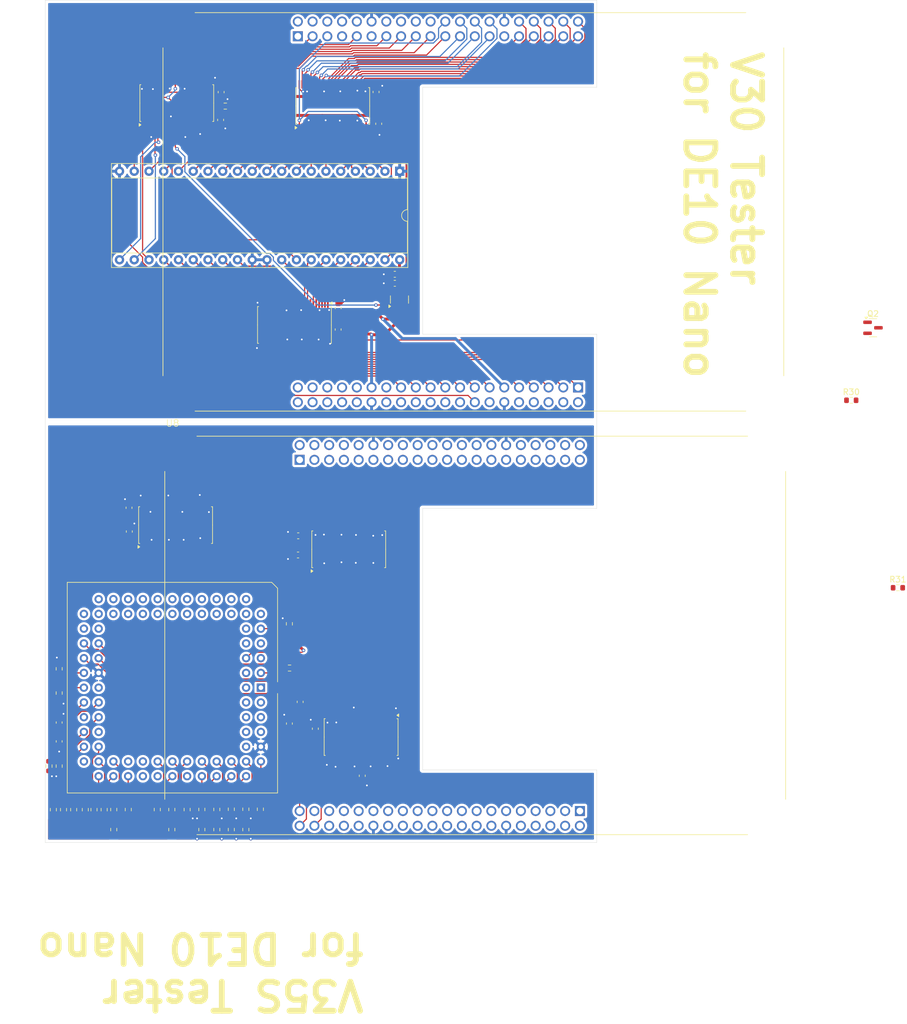
<source format=kicad_pcb>
(kicad_pcb (version 20240108) (generator "pcbnew") (generator_version "8.0")
  (layers (0 "F.Cu" signal) (31 "B.Cu" mixed) (34 "B.Paste" user) (35 "F.Paste" user) (36 "B.SilkS" user "B.Silkscreen") (37 "F.SilkS" user "F.Silkscreen") (38 "B.Mask" user) (39 "F.Mask" user) (44 "Edge.Cuts" user))
  (net 0 "")
  (net 1 "GND")
  (net 2 "+3.3V")
  (net 3 "+5V")
  (net 4 "/V30/RESET")
  (net 5 "/V30/S{slash}~{LG}")
  (net 6 "/V30/~{UBE}")
  (net 7 "/V30/AD11")
  (net 8 "/V30/READY")
  (net 9 "/V30/AD6")
  (net 10 "/V30/INT")
  (net 11 "/V30/AD12")
  (net 12 "/V30/~{IO}{slash}M")
  (net 13 "/V30/AD5")
  (net 14 "/V30/AD3")
  (net 15 "/V30/~{RD}")
  (net 16 "/V30/~{INTAK}")
  (net 17 "/V30/AD2")
  (net 18 "/V30/BUF~{R}{slash}W")
  (net 19 "/V30/CLK")
  (net 20 "/V30/AD10")
  (net 21 "/V30/~{WR}")
  (net 22 "/V30/AD13")
  (net 23 "/V30/NMI")
  (net 24 "/V30/AD9")
  (net 25 "/V30/A19")
  (net 26 "/V30/AD8")
  (net 27 "/V30/ASTB")
  (net 28 "/V30/AD15")
  (net 29 "/V30/~{BUFEN}")
  (net 30 "/V30/AD4")
  (net 31 "/V30/AD0")
  (net 32 "/V30/AD14")
  (net 33 "/V30/~{POLL}")
  (net 34 "/V30/AD7")
  (net 35 "/V30/A17")
  (net 36 "/V30/AD1")
  (net 37 "/V30/A16")
  (net 38 "/V30/A18")
  (net 39 "/V30/F_~{UBE}")
  (net 41 "/V30/F_AD11")
  (net 43 "/V30/F_BUF~{R}{slash}W")
  (net 45 "/V30/F_READY")
  (net 46 "/V30/F_A19")
  (net 47 "/V30/F_AD3")
  (net 49 "/V30/F_AD7")
  (net 50 "/V30/F_A16")
  (net 51 "/V30/F_AD_DIR")
  (net 52 "/V30/F_AD13")
  (net 53 "/V30/F_AD4")
  (net 54 "/V30/F_S{slash}~{LG}")
  (net 56 "/V30/F_A18")
  (net 59 "/V30/F_AD12")
  (net 60 "/V30/F_NMI")
  (net 61 "/V30/F_ASTB")
  (net 62 "/V30/F_~{BUFEN}")
  (net 63 "/V30/F_AD15")
  (net 64 "/V30/F_A17")
  (net 66 "/V30/F_~{WR}")
  (net 67 "/V30/F_AD14")
  (net 68 "/V30/F_AD6")
  (net 71 "/V30/F_~{RD}")
  (net 72 "/V30/F_AD1")
  (net 73 "/V30/F_~{INTAK}")
  (net 74 "/V30/F_RESET")
  (net 75 "/V30/F_AD9")
  (net 76 "/V30/F_CLK")
  (net 77 "/V30/F_AD10")
  (net 79 "/V30/F_INT")
  (net 80 "/V30/F_AD0")
  (net 81 "/V30/F_AD2")
  (net 82 "/V30/F_AD5")
  (net 83 "/V30/F_~{IO}{slash}M")
  (net 84 "/V30/F_~{POLL}")
  (net 85 "/V30/F_AD8")
  (net 92 "Net-(Q1-D)")
  (net 111 "/V35/A0")
  (net 112 "Net-(U9B-PT0)")
  (net 113 "/V35/A3")
  (net 114 "/V35/A6")
  (net 115 "Net-(U9B-PT1)")
  (net 116 "Net-(U9B-PT2)")
  (net 117 "Net-(U9B-PT3)")
  (net 118 "/V35/A5")
  (net 119 "Net-(U9B-PT4)")
  (net 120 "/V35/A10")
  (net 121 "Net-(U9B-PT5)")
  (net 122 "Net-(U9B-PT6)")
  (net 123 "Net-(U9B-PT7)")
  (net 124 "/V35/A8")
  (net 125 "/V35/A7")
  (net 126 "/V35/A2")
  (net 127 "Net-(U9B-P20{slash}~{DMARQ0})")
  (net 128 "Net-(U9B-P21{slash}~{DMAAK0})")
  (net 129 "Net-(U9B-P22{slash}~{TC0})")
  (net 130 "/V35/A1")
  (net 131 "Net-(U9B-P23{slash}DMARQ1)")
  (net 132 "/V35/A4")
  (net 133 "/V35/A11")
  (net 134 "Net-(U9B-P24{slash}~{DMAAK1})")
  (net 135 "/V35/A9")
  (net 136 "Net-(U9B-P25{slash}~{TC1})")
  (net 137 "/V35/F_D4")
  (net 138 "/V35/F_D10")
  (net 139 "/V35/F_D12")
  (net 140 "/V35/D15")
  (net 141 "/V35/F_D9")
  (net 142 "/V35/D13")
  (net 143 "/V35/F_D11")
  (net 144 "/V35/F_D14")
  (net 145 "/V35/F_D2")
  (net 146 "/V35/F_D3")
  (net 147 "/V35/F_D8")
  (net 148 "/V35/D9")
  (net 149 "/V35/D12")
  (net 150 "/V35/F_D6")
  (net 151 "/V35/D0")
  (net 152 "/V35/D14")
  (net 153 "/V35/D4")
  (net 154 "/V35/D11")
  (net 155 "/V35/F_D15")
  (net 156 "/V35/D6")
  (net 157 "/V35/F_D1")
  (net 158 "/V35/F_D_DIR")
  (net 159 "/V35/F_D7")
  (net 160 "/V35/F_D5")
  (net 161 "/V35/D1")
  (net 162 "/V35/D3")
  (net 163 "/V35/D8")
  (net 164 "/V35/D2")
  (net 165 "/V35/F_D13")
  (net 166 "/V35/D10")
  (net 167 "/V35/F_D0")
  (net 168 "/V35/D5")
  (net 169 "/V35/D7")
  (net 170 "Net-(U9B-P26{slash}~{HLDAK})")
  (net 171 "Net-(U9B-P27{slash}~{HLDRQ})")
  (net 172 "Net-(U9B-P14{slash}INT{slash}~{POLL})")
  (net 173 "Net-(U9B-P15{slash}TOUT)")
  (net 175 "Net-(U9B-P16{slash}~{SCKO})")
  (net 176 "Net-(U9B-RxD0)")
  (net 177 "Net-(U9B-~{CTS0})")
  (net 178 "Net-(U9B-RxD1)")
  (net 179 "Net-(U9B-~{CTS1})")
  (net 180 "Net-(U9C-VTH)")
  (net 182 "Net-(R25-Pad2)")
  (net 183 "Net-(R26-Pad2)")
  (net 184 "Net-(R27-Pad2)")
  (net 185 "Net-(U9C-NOTE1)")
  (net 186 "/V35/F_~{MREQ}")
  (net 187 "/V35/F_A10")
  (net 188 "/V35/F_A1")
  (net 189 "/V35/F_A4")
  (net 190 "/V35/F_A8")
  (net 191 "/V35/F_A0")
  (net 192 "/V35/F_A9")
  (net 193 "/V35/F_~{IOSTB}")
  (net 194 "/V35/F_A2")
  (net 195 "/V35/F_A3")
  (net 196 "/V35/F_A11")
  (net 197 "/V35/F_~{MSTB}")
  (net 198 "/V35/F_A6")
  (net 199 "/V35/F_A7")
  (net 200 "/V35/F_A5")
  (net 201 "/V35/F_R{slash}~{W}")
  (net 202 "/V35/F_~{INTP0}")
  (net 203 "/V35/F_P_DIR")
  (net 204 "/V35/F_X1")
  (net 205 "/V35/F_P07")
  (net 206 "/V35/F_P06")
  (net 207 "/V35/F_N{slash}~{S}")
  (net 208 "/V35/F_P02")
  (net 209 "/V35/F_P03")
  (net 210 "/V35/F_P00")
  (net 211 "/V35/F_P04")
  (net 212 "/V35/F_~{RESET}")
  (net 213 "/V35/F_P05")
  (net 214 "/V35/F_P01")
  (net 215 "/V35/X1")
  (net 216 "/V35/P06")
  (net 217 "/V35/~{INTP0}")
  (net 218 "/V35/P05")
  (net 219 "/V35/P07")
  (net 220 "/V35/P02")
  (net 221 "/V35/N{slash}~{S}")
  (net 223 "/V35/P03")
  (net 224 "/V35/~{RESET}")
  (net 225 "/V35/P01")
  (net 227 "/V35/P00")
  (net 228 "/V35/P04")
  (net 229 "/V35/~{MREQ}")
  (net 231 "/V35/~{MSTB}")
  (net 232 "/V35/R{slash}~{W}")
  (net 233 "/V35/~{IOSTB}")
  (net 235 "/V35/F_READY")
  (net 236 "/V35/F_NMI")
  (net 237 "/V35/NMI")
  (net 238 "/V35/READY")
  (net 239 "/V35/~{INTP1}")
  (net 240 "/V30/~{F_CHIP_ENABLE}")
  (net 251 "/V35/~{F_CHIP_ENABLE}")
  (net 252 "/V35/F_~{INTP1}")
  (net 255 "/V30/~{CHIP_ENABLE}")
  (net 267 "/V35/~{CHIP_ENABLE}")
  (net 268 "Net-(Q2-D)")
  (net 269 "Net-(U9B-P13{slash}~{INTP2})")
  (footprint "Resistor_SMD:R_0603_1608Metric" (layer "F.Cu") (at 99.3 154.335 90)
    (property "Reference" "R19" (hide yes))
    (property "Value" "10k")
  )
  (footprint "Capacitor_SMD:C_0603_1608Metric" (layer "F.Cu") (at 137.71 63.74 180)
    (property "Reference" "C18" (hide yes))
    (property "Value" "1uF")
  )
  (footprint "Capacitor_SMD:C_0603_1608Metric" (layer "F.Cu") (at 121.07 107.21 180)
    (property "Reference" "C8" (hide yes))
    (property "Value" "100nF")
  )
  (footprint "Resistor_SMD:R_0603_1608Metric" (layer "F.Cu") (at 79.9 146.85 90)
    (property "Reference" "R23" (hide yes))
    (property "Value" "10k")
  )
  (footprint "Resistor_SMD:R_0603_1608Metric" (layer "F.Cu") (at 79.9 130.1 -90)
    (property "Reference" "R20" (hide yes))
    (property "Value" "10k")
  )
  (footprint "Package_TO_SOT_SMD:SOT-23" (layer "F.Cu") (at 220.0625 71.4)
    (property "Reference" "Q2")
    (property "Value" "SI2301CDS")
  )
  (footprint "Resistor_SMD:R_0603_1608Metric" (layer "F.Cu") (at 101.94 154.335 90)
    (property "Reference" "R1" (hide yes))
    (property "Value" "10k")
  )
  (footprint "Package_SO:TSSOP-48_6.1x12.5mm_P0.5mm" (layer "F.Cu") (at 127.015 33.21 90)
    (property "Reference" "U3" (hide yes))
    (property "Value" "74ALVC164245")
  )
  (footprint "Capacitor_SMD:C_0603_1608Metric" (layer "F.Cu") (at 79.9 139.35 90)
    (property "Reference" "C17" (hide yes))
    (property "Value" "1uF")
  )
  (footprint "Resistor_SMD:R_0603_1608Metric" (layer "F.Cu") (at 112.05 157.78 90)
    (property "Reference" "R8" (hide yes))
    (property "Value" "10k")
  )
  (footprint "Resistor_SMD:R_0603_1608Metric" (layer "F.Cu") (at 114.55 154.28 90)
    (property "Reference" "R27" (hide yes))
    (property "Value" "10k")
  )
  (footprint "Capacitor_SMD:C_0603_1608Metric" (layer "F.Cu") (at 107.795 30.83 -90)
    (property "Reference" "C2" (hide yes))
    (property "Value" "100nF")
  )
  (footprint "Capacitor_SMD:C_0603_1608Metric" (layer "F.Cu") (at 121.405026 135.795026 90)
    (property "Reference" "C16" (hide yes))
    (property "Value" "1uF")
  )
  (footprint "Resistor_SMD:R_0603_1608Metric" (layer "F.Cu") (at 104.47 154.315 90)
    (property "Reference" "R2" (hide yes))
    (property "Value" "10k")
  )
  (footprint "Resistor_SMD:R_0603_1608Metric" (layer "F.Cu") (at 96.8 154.335 90)
    (property "Reference" "R17" (hide yes))
    (property "Value" "10k")
  )
  (footprint "Capacitor_SMD:C_0603_1608Metric" (layer "F.Cu") (at 119.55 139.53 90)
    (property "Reference" "C15" (hide yes))
    (property "Value" "100nF")
  )
  (footprint "Resistor_SMD:R_0603_1608Metric" (layer "F.Cu") (at 80.65 154.35 90)
    (property "Reference" "R9" (hide yes))
    (property "Value" "10k")
  )
  (footprint "Resistor_SMD:R_0603_1608Metric" (layer "F.Cu") (at 107.05 154.315 90)
    (property "Reference" "R5" (hide yes))
    (property "Value" "10k")
  )
  (footprint "Resistor_SMD:R_0603_1608Metric" (layer "F.Cu") (at 91.8 154.335 90)
    (property "Reference" "R16" (hide yes))
    (property "Value" "10k")
  )
  (footprint "Capacitor_SMD:C_0603_1608Metric" (layer "F.Cu") (at 107.705 35.62 -90)
    (property "Reference" "C6" (hide yes))
    (property "Value" "100nF")
  )
  (footprint "Resistor_SMD:R_0603_1608Metric" (layer "F.Cu") (at 99.3 157.78 90)
    (property "Reference" "R18" (hide yes))
    (property "Value" "10k")
  )
  (footprint "NEC-DE10:MODULE_P0496" (layer "F.Cu") (at 101.27 155.47)
    (property "Reference" "U8")
    (property "Value" "~")
  )
  (footprint "Package_SO:TSSOP-48_6.1x12.5mm_P0.5mm" (layer "F.Cu") (at 120.425 70.91 -90)
    (property "Reference" "U4" (hide yes))
    (property "Value" "74ALVC164245")
  )
  (footprint "Resistor_SMD:R_0603_1608Metric" (layer "F.Cu") (at 112.05 154.28 90)
    (property "Reference" "R24" (hide yes))
    (property "Value" "10k")
  )
  (footprint "NEC-DE10:MODULE_P0496" (layer "F.Cu") (at 100.955 82.56)
    (property "Reference" "U2" (hide yes))
    (property "Value" "~")
  )
  (footprint "Capacitor_SMD:C_0603_1608Metric" (layer "F.Cu") (at 79.9 142.6 -90)
    (property "Reference" "C14" (hide yes))
    (property "Value" "100nF")
  )
  (footprint "Capacitor_SMD:C_0603_1608Metric" (layer "F.Cu") (at 91.93 102.38183 90)
    (property "Reference" "C10" (hide yes))
    (property "Value" "100nF")
  )
  (footprint "Resistor_SMD:R_0603_1608Metric" (layer "F.Cu") (at 79.9 134.275 90)
    (property "Reference" "R21" (hide yes))
    (property "Value" "10k")
  )
  (footprint "Capacitor_SMD:C_0603_1608Metric" (layer "F.Cu") (at 91.98 106.47183 90)
    (property "Reference" "C9" (hide yes))
    (property "Value" "100nF")
  )
  (footprint "Resistor_SMD:R_0603_1608Metric" (layer "F.Cu") (at 224.35 116.15)
    (property "Reference" "R31")
    (property "Value" "10k")
  )
  (footprint "Resistor_SMD:R_0603_1608Metric" (layer "F.Cu") (at 109.55 154.28 90)
    (property "Reference" "R7" (hide yes))
    (property "Value" "10k")
  )
  (footprint "Resistor_SMD:R_0603_1608Metric" (layer "F.Cu") (at 108.51 33.24)
    (property "Reference" "R29" (hide yes))
    (property "Value" "10k")
  )
  (footprint "Capacitor_SMD:C_0603_1608Metric" (layer "F.Cu") (at 127.955 68 90)
    (property "Reference" "C5" (hide yes))
    (property "Value" "100nF")
  )
  (footprint "Package_LCC:PLCC-84_THT-Socket" (layer "F.Cu") (at 114.64 133.35 -90)
    (property "Reference" "U9" (hide yes))
    (property "Value" "~")
  )
  (footprint "Resistor_SMD:R_0603_1608Metric" (layer "F.Cu") (at 107.05 157.78 90)
    (property "Reference" "R4" (hide yes))
    (property "Value" "10k")
  )
  (footprint "Resistor_SMD:R_0603_1608Metric" (layer "F.Cu") (at 78.15 146.85 90)
    (property "Reference" "R22" (hide yes))
    (property "Value" "10k")
  )
  (footprint "Resistor_SMD:R_0603_1608Metric" (layer "F.Cu") (at 104.47 157.78 90)
    (property "Reference" "R3" (hide yes))
    (property "Value" "10k")
  )
  (footprint "Resistor_SMD:R_0603_1608Metric" (layer "F.Cu") (at 109.55 157.78 90)
    (property "Reference" "R6" (hide yes))
    (property "Value" "10k")
  )
  (footprint "Resistor_SMD:R_0603_1608Metric" (layer "F.Cu") (at 89.3 157.78 90)
    (property "Reference" "R14" (hide yes))
    (property "Value" "10k")
  )
  (footprint "Resistor_SMD:R_0603_1608Metric" (layer "F.Cu") (at 119.58 129.97 180)
    (property "Reference" "R25" (hide yes))
    (property "Value" "10k")
  )
  (footprint "Capacitor_SMD:C_0603_1608Metric" (layer "F.Cu") (at 124.02 140.4175 90)
    (property "Reference" "C13" (hide yes))
    (property "Value" "100nF")
  )
  (footprint "Capacitor_SMD:C_0603_1608Metric" (layer "F.Cu") (at 134.475 30.81 90)
    (property "Reference" "C1" (hide yes))
    (property "Value" "100nF")
  )
  (footprint "Capacitor_SMD:C_0603_1608Metric" (layer "F.Cu") (at 121.04 110.51 180)
    (property "Reference" "C11" (hide yes))
    (property "Value" "100nF")
  )
  (footprint "Resistor_SMD:R_0603_1608Metric" (layer "F.Cu") (at 82.4 154.35 90)
    (property "Reference" "R10" (hide yes))
    (property "Value" "10k")
  )
  (footprint "Package_SO:TSSOP-48_6.1x12.5mm_P0.5mm" (layer "F.Cu") (at 129.77 109.53 90)
    (property "Reference" "U10" (hide yes))
    (property "Value" "74ALVC164245" (hide yes))
  )
  (footprint "Capacitor_SMD:C_0603_1608Metric" (layer "F.Cu") (at 132.1 148.5175 -90)
    (property "Reference" "C12" (hide yes))
    (property "Value" "100nF")
  )
  (footprint "Package_SO:TSSOP-48_6.1x12.5mm_P0.5mm" (layer "F.Cu") (at 99.95 105.36183 90)
    (property "Reference" "U7" (hide yes))
    (property "Value" "74ALVC164245")
  )
  (footprint "Resistor_SMD:R_0603_1608Metric" (layer "F.Cu") (at 216.325 83.88)
    (property "Reference" "R30")
    (property "Value" "10k")
  )
  (footprint "Package_SO:TSSOP-48_6.1x12.5mm_P0.5mm" (layer "F.Cu") (at 131.9 141.85 -90)
    (property "Reference" "U6" (hide yes))
    (property "Value" "74ALVC164245")
  )
  (footprint "Resistor_SMD:R_0603_1608Metric" (layer "F.Cu") (at 119.55 122.355 -90)
    (property "Reference" "R28" (hide yes))
    (property "Value" "10k")
  )
  (footprint "Capacitor_SMD:C_0603_1608Metric" (layer "F.Cu") (at 134.935 36.28 -90)
    (property "Reference" "C4" (hide yes))
    (property "Value" "100nF")
  )
  (footprint "Package_TO_SOT_SMD:SOT-23" (layer "F.Cu") (at 138.51 66.54 90)
    (property "Reference" "Q1" (hide yes))
    (property "Value" "SI2301CDS")
  )
  (footprint "Capacitor_SMD:C_0603_1608Metric" (layer "F.Cu") (at 127.95 71.7 90)
    (property "Reference" "C3" (hide yes))
    (property "Value" "100nF")
  )
  (footprint "Package_DIP:DIP-40_W15.24mm_Socket" (layer "F.Cu") (at 138.55 44.45 -90)
    (property "Reference" "U1" (hide yes))
    (property "Value" "~")
  )
  (footprint "Capacitor_SMD:C_0603_1608Metric" (layer "F.Cu") (at 137.71 62.19 180)
    (property "Reference" "C7" (hide yes))
    (property "Value" "100nF")
  )
  (footprint "Resistor_SMD:R_0603_1608Metric" (layer "F.Cu") (at 89.3 154.335 90)
    (property "Reference" "R15" (hide yes))
    (property "Value" "10k")
  )
  (footprint "Resistor_SMD:R_0603_1608Metric" (layer "F.Cu") (at 84.4 154.35 90)
    (property "Reference" "R11" (hide yes))
    (property "Value" "10k")
  )
  (footprint "Package_SO:TSSOP-48_6.1x12.5mm_P0.5mm" (layer "F.Cu") (at 100.155 32.72 90)
    (property "Reference" "U5" (hide yes))
    (property "Value" "74ALVC164245")
  )
  (footprint "Resistor_SMD:R_0603_1608Metric" (layer "F.Cu") (at 87.65 154.35 90)
    (property "Reference" "R13" (hide yes))
    (property "Value" "10k")
  )
  (footprint "Resistor_SMD:R_0603_1608Metric" (layer "F.Cu") (at 85.9 154.35 90)
    (property "Reference" "R12" (hide yes))
    (property "Value" "10k")
  )
  (footprint "Resistor_SMD:R_0603_1608Metric" (layer "F.Cu") (at 78.9 154.35 90)
    (property "Reference" "R26" (hide yes))
    (property "Value" "10k")
  )
  (gr_line (start 172.5 102.5) (end 142.5 102.5) (stroke (width 0.05)) (layer "Edge.Cuts"))
  (gr_line (start 172.5 160) (end 77.5 160) (stroke (width 0.05)) (layer "Edge.Cuts"))
  (gr_line (start 142.5 147.5) (end 172.5 147.5) (stroke (width 0.05)) (layer "Edge.Cuts"))
  (gr_line (start 142.5 102.5) (end 142.5 147.5) (stroke (width 0.05)) (layer "Edge.Cuts"))
  (gr_line (start 172.5 72.5) (end 172.5 102.5) (stroke (width 0.05)) (layer "Edge.Cuts"))
  (gr_line (start 77.5 160) (end 77.5 15) (stroke (width 0.05)) (layer "Edge.Cuts"))
  (gr_line (start 142.5 30) (end 142.5 72.5) (stroke (width 0.05)) (layer "Edge.Cuts"))
  (gr_line (start 172.5 30) (end 142.5 30) (stroke (width 0.05)) (layer "Edge.Cuts"))
  (gr_line (start 77.5 15) (end 172.5 15) (stroke (width 0.05)) (layer "Edge.Cuts"))
  (gr_line (start 172.5 147.5) (end 172.5 160) (stroke (width 0.05)) (layer "Edge.Cuts"))
  (gr_line (start 142.5 72.5) (end 172.5 72.5) (stroke (width 0.05)) (layer "Edge.Cuts"))
  (gr_line (start 172.5 15) (end 172.5 30) (stroke (width 0.05)) (layer "Edge.Cuts"))
  (gr_text "V35S Tester\nfor DE10 Nano" (at 132.85 175.25 180) (layer "F.SilkS") (effects (font (size 5 5) (thickness 1) (bold yes)) (justify left bottom)))
  (gr_text "V30 Tester\nfor DE10 Nano" (at 187.25 23.35 270) (layer "F.SilkS") (effects (font (size 5 5) (thickness 1) (bold yes)) (justify left bottom)))
  (segment (start 128.265 29.4975) (end 128.265 30.65) (width 0.2) (layer "F.Cu") (net 1))
  (segment (start 128.265 30.65) (end 128.315 30.7) (width 0.2) (layer "F.Cu") (net 1))
  (segment (start 130.65 145.5625) (end 130.65 146.7875) (width 0.2) (layer "F.Cu") (net 1))
  (segment (start 101.2 103) (end 101.114085 103.085915) (width 0.2) (layer "F.Cu") (net 1))
  (segment (start 119.175 74.6225) (end 119.175 73.43) (width 0.2) (layer "F.Cu") (net 1))
  (segment (start 136.15 145.5625) (end 136.15 146.5475) (width 0.2) (layer "F.Cu") (net 1))
  (segment (start 104.405 36.4325) (end 104.405 37.81924) (width 0.2) (layer "F.Cu") (net 1))
  (segment (start 112.05 158.605) (end 112.155 158.605) (width 0.2) (layer "F.Cu") (net 1))
  (segment (start 131.02 113.2425) (end 131.02 111.89183) (width 0.2) (layer "F.Cu") (net 1))
  (segment (start 119.405 138.755) (end 118.66 138.01) (width 0.5) (layer "F.Cu") (net 1))
  (segment (start 79.9 148.1) (end 79.4 148.6) (width 0.2) (layer "F.Cu") (net 1))
  (segment (start 107.19 155.14) (end 107.9 155.85) (width 0.2) (layer "F.Cu") (net 1))
  (segment (start 116.675 67.1975) (end 114.675 67.1975) (width 0.2) (layer "F.Cu") (net 1))
  (segment (start 98.905 36.4325) (end 98.905 35.25) (width 0.2) (layer "F.Cu") (net 1))
  (segment (start 98.905 35.25) (end 99.145 35.01) (width 0.2) (layer "F.Cu") (net 1))
  (segment (start 135.25 30.035) (end 135.545 29.74) (width 0.2) (layer "F.Cu") (net 1))
  (segment (start 101.405 30.15) (end 101.505 30.25) (width 0.2) (layer "F.Cu") (net 1))
  (segment (start 91.93 101.60683) (end 91.93 101.59183) (width 0.2) (layer "F.Cu") (net 1))
  (segment (start 107.05 158.605) (end 107.155 158.605) (width 0.2) (layer "F.Cu") (net 1))
  (segment (start 135.52 107.06) (end 135.54 107.08) (width 0.2) (layer "F.Cu") (net 1))
  (segment (start 108.46 31.605) (end 108.895 32.04) (width 0.2) (layer "F.Cu") (net 1))
  (segment (start 131.265 35.74) (end 131.255 35.73) (width 0.2) (layer "F.Cu") (net 1))
  (segment (start 117.175 74.6225) (end 116.675 74.6225) (width 0.2) (layer "F.Cu") (net 1))
  (segment (start 121.405026 135.020026) (end 122.030026 135.020026) (width 0.5) (layer "F.Cu") (net 1))
  (segment (start 112.05 155.105) (end 112.155 155.105) (width 0.2) (layer "F.Cu") (net 1))
  (segment (start 94.405 29.0075) (end 94.405 30.03) (width 0.2) (layer "F.Cu") (net 1))
  (segment (start 125.52 105.8175) (end 125.52 106.98) (width 0.2) (layer "F.Cu") (net 1))
  (segment (start 125.765 29.4975) (end 125.765 30.47) (width 0.2) (layer "F.Cu") (net 1))
  (segment (start 126.15 145.5625) (end 126.15 146.48413) (width 0.2) (layer "F.Cu") (net 1))
  (segment (start 95.7 103) (end 95.619085 103.080915) (width 0.2) (layer "F.Cu") (net 1))
  (segment (start 126.15 138.1375) (end 126.15 139.3275) (width 0.2) (layer "F.Cu") (net 1))
  (segment (start 135.52 105.8175) (end 135.52 107.06) (width 0.2) (layer "F.Cu") (net 1))
  (segment (start 119.175 73.43) (end 119.195 73.41) (width 0.2) (layer "F.Cu") (net 1))
  (segment (start 100.905 37.837252) (end 101.627748 38.56) (width 0.2) (layer "F.Cu") (net 1))
  (segment (start 112.155 155.105) (end 112.9 155.85) (width 0.2) (layer "F.Cu") (net 1))
  (segment (start 98.7 107.995023) (end 98.798193 107.89683) (width 0.2) (layer "F.Cu") (net 1))
  (segment (start 107.83 36.395) (end 108.515 37.08) (width 0.2) (layer "F.Cu") (net 1))
  (segment (start 107.795 31.605) (end 108.46 31.605) (width 0.2) (layer "F.Cu") (net 1))
  (segment (start 94.2 101.64933) (end 94.2 100.54183) (width 0.2) (layer "F.Cu") (net 1))
  (segment (start 136.15 146.5475) (end 136.45 146.8475) (width 0.2) (layer "F.Cu") (net 1))
  (segment (start 128.52 113.2425) (end 128.52 111.76) (width 0.2) (layer "F.Cu") (net 1))
  (segment (start 125.765 36.9225) (end 125.765 35.71) (width 0.2) (layer "F.Cu") (net 1))
  (segment (start 121.675 73.42) (end 121.685 73.41) (width 0.2) (layer "F.Cu") (net 1))
  (segment (start 79.9 135.35) (end 80.65 136.1) (width 0.2) (layer "F.Cu") (net 1))
  (segment (start 109.655 158.605) (end 110.4 159.35) (width 0.2) (layer "F.Cu") (net 1))
  (segment (start 104.47 158.605) (end 104.395 158.605) (width 0.2) (layer "F.Cu") (net 1))
  (segment (start 95.905 36.4325) (end 95.905 38.41) (width 0.2) (layer "F.Cu") (net 1))
  (segment (start 78.15 147.675) (end 78.15 148.1) (width 0.2) (layer "F.Cu") (net 1))
  (segment (start 126.175 68.13) (end 126.395 68.35) (width 0.2) (layer "F.Cu") (net 1))
  (segment (start 130.65 146.7875) (end 130.77 146.9075) (width 0.2) (layer "F.Cu") (net 1))
  (segment (start 79.9 143.375) (end 79.9 144.35) (width 0.2) (layer "F.Cu") (net 1))
  (segment (start 131.02 111.89183) (end 130.989085 111.860915) (width 0.2) (layer "F.Cu") (net 1))
  (segment (start 132.1 149.3775) (end 132.9 150.1775) (width 0.2) (layer "F.Cu") (net 1))
  (segment (start 92.245 105.69683) (end 92.85 105.09183) (width 0.2) (layer "F.Cu") (net 1))
  (segment (start 131.02 105.8175) (end 131.02 107.06) (width 0.2) (layer "F.Cu") (net 1))
  (segment (start 125.765 35.71) (end 125.795 35.68) (width 0.2) (layer "F.Cu") (net 1))
  (segment (start 105.7 101.64933) (end 105.7 103.11183) (width 0.2) (layer "F.Cu") (net 1))
  (segment (start 133.15 145.5625) (end 133.15 146.5075) (width 0.2) (layer "F.Cu") (net 1))
  (segment (start 125.52 106.98) (end 125.5 107) (width 0.2) (layer "F.Cu") (net 1))
  (segment (start 124.02 139.6425) (end 124.005 139.6425) (width 0.2) (layer "F.Cu") (net 1))
  (segment (start 118.53 121.53) (end 118.4 121.4) (width 0.2) (layer "F.Cu") (net 1))
  (segment (start 132.765 30.58) (end 132.645 30.7) (width 0.2) (layer "F.Cu") (net 1))
  (segment (start 104.2 109.07433) (end 104.2 107.61183) (width 0.2) (layer "F.Cu") (net 1))
  (segment (start 117.175 67.1975) (end 116.675 67.1975) (width 0.2) (layer "F.Cu") (net 1))
  (segment (start 126.175 67.1975) (end 126.175 68.13) (width 0.2) (layer "F.Cu") (net 1))
  (segment (start 121.265 29.4975) (end 121.265 30.26741) (width 0.2) (layer "F.Cu") (net 1))
  (segment (start 79.9 135.1) (end 79.9 135.35) (width 0.2) (layer "F.Cu") (net 1))
  (segment (start 137.65 137.1475) (end 137.9 136.8975) (width 0.2) (layer "F.Cu") (net 1))
  (segment (start 91.93 101.59183) (end 91.24 100.90183) (width 0.2) (layer "F.Cu") (net 1))
  (segment (start 124.02 107.03) (end 124.05 107.06) (width 0.2) (layer "F.Cu") (net 1))
  (segment (start 95.7 101.64933) (end 95.7 103) (width 0.2) (layer "F.Cu") (net 1))
  (segment (start 80.625 137.85) (end 80.65 137.85) (width 0.2) (layer "F.Cu") (net 1))
  (segment (start 109.655 155.105) (end 110.4 155.85) (width 0.2) (layer "F.Cu") (net 1))
  (segment (start 105.905 29.0075) (end 106.0975 29.0075) (width 0.2) (layer "F.Cu") (net 1))
  (segment (start 79.9 147.675) (end 79.9 148.1) (width 0.2) (layer "F.Cu") (net 1))
  (segment (start 109.55 158.605) (end 109.655 158.605) (width 0.2) (layer "F.Cu") (net 1))
  (segment (start 114.675 74.6225) (end 114.2325 74.6225) (width 0.2) (layer "F.Cu") (net 1))
  (segment (start 114.2325 74.6225) (end 113.965 74.89) (width 0.2) (layer "F.Cu") (net 1))
  (segment (start 119.175 68.28) (end 119.055 68.4) (width 0.2) (layer "F.Cu") (net 1))
  (segment (start 138.275 145.5625) (end 138.3 145.5375) (width 0.2) (layer "F.Cu") (net 1))
  (segment (start 94.2 100.54183) (end 93.94 100.28183) (width 0.2) (layer "F.Cu") (net 1))
  (segment (start 112.155 158.605) (end 112.9 159.35) (width 0.2) (layer "F.Cu") (net 1))
  (segment (start 127.955 67.225) (end 128.4 67.225) (width 0.5) (layer "F.Cu") (net 1))
  (segment (start 102.21 155.16) (end 102.9 155.85) (width 0.2) (layer "F.Cu") (net 1))
  (segment (start 126.15 139.3275) (end 126.11 139.3675) (width 0.2) (layer "F.Cu") (net 1))
  (segment (start 134.475 30.035) (end 135.25 30.035) (width 0.2) (layer "F.Cu") (net 1))
  (segment (start 132.1 149.2925) (end 132.1 149.3775) (width 0.2) (layer "F.Cu") (net 1))
  (segment (start 100.905 36.4325) (end 100.905 37.837252) (width 0.2) (layer "F.Cu") (net 1))
  (segment (start 126.175 74.6225) (end 126.546817 74.250683) (width 0.2) (layer "F.Cu") (net 1))
  (segment (start 119.55 138.755) (end 119.405 138.755) (width 0.5) (layer "F.Cu") (net 1))
  (segment (start 124.02 105.8175) (end 124.02 107.03) (width 0.2) (layer "F.Cu") (net 1))
  (segment (start 103.405 29.0075) (end 105.905 29.0075) (width 0.2) (layer "F.Cu") (net 1))
  (segment (start 119.175 67.1975) (end 119.175 68.28) (width 0.2) (layer "F.Cu") (net 1))
  (segment (start 132.765 29.4975) (end 132.765 30.58) (width 0.2) (layer "F.Cu") (net 1))
  (segment (start 127.65 138.1375) (end 127.65 139.3175) (width 0.2) (layer "F.Cu") (net 1))
  (segment (start 120 110.51) (end 119.31 111.2) (width 0.2) (layer "F.Cu") (net 1))
  (segment (start 128.4 67.225) (end 129.005 66.62) (width 0.5) (layer "F.Cu") (net 1))
  (segment (start 107.705 36.395) (end 107.83 36.395) (width 0.2) (layer "F.Cu") (net 1))
  (segment (start 121.675 67.1975) (end 121.675 68.26) (width 0.2) (layer "F.Cu") (net 1))
  (segment (start 116.675 74.6225) (end 114.675 74.6225) (width 0.2) (layer "F.Cu") (net 1))
  (segment (start 125.52 113.2425) (end 125.52 111.97) (width 0.2) (layer "F.Cu") (net 1))
  (segment (start 107.155 158.605) (end 107.9 159.35) (width 0.2) (layer "F.Cu") (net 1))
  (segment (start 131.265 29.4975) (end 131.265 30.574289) (width 0.2) (layer "F.Cu") (net 1))
  (segment (start 128.265 35.77) (end 128.235 35.74) (width 0.2) (layer "F.Cu") (net 1))
  (segment (start 121.675 74.6225) (end 121.675 73.42) (width 0.2) (layer "F.Cu") (net 1))
  (segment (start 104.47 155.14) (end 104.36 155.14) (width 0.2) (layer "F.Cu") (net 1))
  (segment (start 127.65 145.5625) (end 127.65 146.815677) (width 0.2) (layer "F.Cu") (net 1))
  (segment (start 134.935 38.06) (end 135.065 38.19) (width 0.2) (layer "F.Cu") (net 1))
  (segment (start 100.405 36.4325) (end 102.405 36.4325) (width 0.2) (layer "F.Cu") (net 1))
  (segment (start 79.9 129.275) (end 79.9 128.57) (width 0.2) (layer "F.Cu") (net 1))
  (segment (start 98.7 109.07433) (end 98.7 107.995023) (width 0.2) (layer "F.Cu") (net 1))
  (segment (start 101.94 155.16) (end 102.21 155.16) (width 0.2) (layer "F.Cu") (net 1))
  (segment (start 101.2 101.64933) (end 101.2 103) (width 0.2) (layer "F.Cu") (net 1))
  (segment (start 104.405 37.81924) (end 104.17962 38.04462) (width 0.2) (layer "F.Cu") (net 1))
  (segment (start 101.2 108.036504) (end 101.339674 107.89683) (width 0.2) (layer "F.Cu") (net 1))
  (segment (start 121.265 30.26741) (end 121.73759 30.74) (width 0.2) (layer "F.Cu") (net 1))
  (segment (start 95.7 108.014089) (end 95.817259 107.89683) (width 0.2) (layer "F.Cu") (net 1))
  (segment (start 104.2 100.26183) (end 104.12 100.18183) (width 0.2) (layer "F.Cu") (net 1))
  (segment (start 104.2 101.64933) (end 104.2 100.26183) (width 0.2) (layer "F.Cu") (net 1))
  (segment (start 120.295 107.21) (end 119.98 107.21) (width 0.2) (layer "F.Cu") (net 1))
  (segment (start 98.7 101.64933) (end 98.7 100.27183) (width 0.2) (layer "F.Cu") (net 1))
  (segment (start 130.65 138.1375) (end 130.65 136.7775) (width 0.2) (layer "F.Cu") (net 1))
  (segment (start 98.905 29.0075) (end 98.905 30.19) (width 0.2) (layer "F.Cu") (net 1))
  (segment (start 137.65 138.1375) (end 137.65 137.1475) (width 0.2) (layer "F.Cu") (net 1))
  (segment (start 125.765 30.47) (end 125.525 30.71) (width 0.2) (layer "F.Cu") (net 1))
  (segment (start 94.405 30.03) (end 94.155 30.28) (width 0.2) (layer "F.Cu") (net 1))
  (segment (start 114.1825 67.1975) (end 114.065 67.08) (width 0.2) (layer "F.Cu") (net 1))
  (segment (start 131.265 30.574289) (end 131.261764 30.577525) (width 0.2) (layer "F.Cu") (net 1))
  (segment (start 130.65 136.7775) (end 130.64 136.7675) (width 0.2) (layer "F.Cu") (net 1))
  (segment (start 122.765 30.55) (end 122.595 30.72) (width 0.2) (layer "F.Cu") (net 1))
  (segment (start 95.905 38.41) (end 95.755 38.56) (width 0.2) (layer "F.Cu") (net 1))
  (segment (start 137.65 145.5625) (end 138.275 145.5625) (width 0.2) (layer "F.Cu") (net 1))
  (segment (start 107.05 155.14) (end 107.19 155.14) (width 0.2) (layer "F.Cu") (net 1))
  (segment (start 101.405 29.0075) (end 101.405 30.15) (width 0.2) (layer "F.Cu") (net 1))
  (segment (start 103.405 36.4325) (end 105.405 36.4325) (width 0.2) (layer "F.Cu") (net 1))
  (segment (start 133.15 146.5075) (end 133.54 146.8975) (width 0.2) (layer "F.Cu") (net 1))
  (segment (start 114.675 67.1975) (end 114.1825 67.1975) (width 0.2) (layer "F.Cu") (net 1))
  (segment (start 134.935 37.055) (end 134.935 38.06) (width 0.2) (layer "F.Cu") (net 1))
  (segment (start 127.65 139.3175) (end 127.63 139.3375) (width 0.2) (layer "F.Cu") (net 1))
  (segment (start 124.675 73.51) (end 124.585 73.42) (width 0.2) (layer "F.Cu") (net 1))
  (segment (start 119.55 138.755) (end 121.3 138.755) (width 0.5) (layer "F.Cu") (net 1))
  (segment (start 79.9 138.575) (end 80.625 137.85) (width 0.2) (layer "F.Cu") (net 1))
  (segment (start 131.265 36.9225) (end 131.265 35.74) (width 0.2) (layer "F.Cu") (net 1))
  (segment (start 106.0975 29.0075) (end 106.745 28.36) (width 0.2) (layer "F.Cu") (net 1))
  (segment (start 134.02 113.2425) (end 134.02 111.89) (width 0.2) (layer "F.Cu") (net 1))
  (segment (start 95.905 29.0075) (end 95.905 30.17) (width 0.2) (layer "F.Cu") (net 1))
  (segment (start 128.52 105.8175) (end 128.52 107.02) (width 0.2) (layer "F.Cu") (net 1))
  (segment (start 124.675 74.6225) (end 124.675 73.51) (width 0.2) (layer "F.Cu") (net 1))
  (segment (start 79.9 128.57) (end 79.5 128.17) (width 0.2) (layer "F.Cu") (net 1))
  (segment (start 124.675 68.31) (end 124.745 68.38) (width 0.2) (layer "F.Cu") (net 1))
  (segment (start 119.98 107.21) (end 119.31 106.54) (width 0.2) (layer "F.Cu") (net 1))
  (segment (start 136.935 62.19) (end 135.81 62.19) (width 0.5) (layer "F.Cu") (net 1))
  (segment (start 120.265 110.51) (end 120 110.51) (width 0.2) (layer "F.Cu") (net 1))
  (segment (start 104.36 155.14) (end 103.65 155.85) (width 0.2) (layer "F.Cu") (net 1))
  (segment (start 127.65 146.815677) (end 127.5 146.965677) (width 0.2) (layer "F.Cu") (net 1))
  (segment (start 121.675 68.26) (end 121.575 68.36) (width 0.2) (layer "F.Cu") (net 1))
  (segment (start 125.52 111.97) (end 125.55 111.94) (width 0.2) (layer "F.Cu") (net 1))
  (segment (start 122.765 36.9225) (end 122.765 35.79) (width 0.2) (layer "F.Cu") (net 1))
  (segment (start 134.02 105.8175) (end 134.02 107.17) (width 0.2) (layer "F.Cu") (net 1))
  (segment (start 124.005 139.6425) (end 123.23 138.8675) (width 0.2) (layer "F.Cu") (net 1))
  (segment (start 122.765 29.4975) (end 122.765 30.55) (width 0.2) (layer "F.Cu") (net 1))
  (segment (start 101.2 109.07433) (end 101.2 108.036504) (width 0.2) (layer "F.Cu") (net 1))
  (segment (start 124.675 67.1975) (end 124.675 68.31) (width 0.2) (layer "F.Cu") (net 1))
  (segment (start 134.02 111.89) (end 134.01 111.88) (width 0.2) (layer "F.Cu") (net 1))
  (segment (start 78.15 148.1) (end 78.65 148.6) (width 0.2) (layer "F.Cu") (net 1))
  (segment (start 100.405 29.0075) (end 102.405 29.0075) (width 0.2) (layer "F.Cu") (net 1))
  (segment (start 134.02 107.17) (end 133.99 107.2) (width 0.2) (layer "F.Cu") (net 1))
  (segment (start 109.55 155.105) (end 109.655 155.105) (width 0.2) (layer "F.Cu") (net 1))
  (segment (start 98.905 30.19) (end 98.925 30.21) (width 0.2) (layer "F.Cu") (net 1))
  (segment (start 126.15 146.48413) (end 126 146.63413) (width 0.2) (layer "F.Cu") (net 1))
  (segment (start 91.98 105.69683) (end 92.245 105.69683) (width 0.2) (layer "F.Cu") (net 1))
  (segment (start 122.765 35.79) (end 122.875 35.68) (width 0.2) (layer "F.Cu") (net 1))
  (segment (start 128.265 36.9225) (end 128.265 35.77) (width 0.2) (layer "F.Cu") (net 1))
  (segment (start 105.7 103.11183) (end 105.69 103.12183) (width 0.2) (layer "F.Cu") (net 1))
  (segment (start 121.73759 30.74) (end 121.92 30.74) (width 0.2) (layer "F.Cu") (net 1))
  (segment (start 119.55 121.53) (end 118.53 121.53) (width 0.2) (layer "F.Cu") (net 1))
  (segment (start 136.935 63.74) (end 135.81 63.74) (width 0.5) (layer "F.Cu") (net 1))
  (segment (start 104.395 158.605) (end 103.65 159.35) (width 0.2) (layer "F.Cu") (net 1))
  (segment (start 95.905 30.17) (end 96.045 30.31) (width 0.2) (layer "F.Cu") (net 1))
  (segment (start 126.546817 74.250683) (end 126.546817 74.15) (width 0.2) (layer "F.Cu") (net 1))
  (segment (start 95.7 109.07433) (end 95.7 108.014089) (width 0.2) (layer "F.Cu") (net 1))
  (via (at 121.92 30.74) (size 0.6) (drill 0.3) (layers "F.Cu" "B.Cu") (net 1))
  (via (at 104.12 100.18183) (size 0.6) (drill 0.3) (layers "F.Cu" "B.Cu") (net 1))
  (via (at 121.685 73.41) (size 0.6) (drill 0.3) (layers "F.Cu" "B.Cu") (net 1))
  (via (at 129.005 66.62) (size 0.6) (drill 0.3) (layers "F.Cu" "B.Cu") (net 1))
  (via (at 110.4 159.35) (size 0.6) (drill 0.3) (layers "F.Cu" "B.Cu") (net 1))
  (via (at 104.17962 38.04462) (size 0.6) (drill 0.3) (layers "F.Cu" "B.Cu") (net 1))
  (via (at 107.9 159.35) (size 0.6) (drill 0.3) (layers "F.Cu" "B.Cu") (net 1))
  (via (at 133.54 146.8975) (size 0.6) (drill 0.3) (layers "F.Cu" "B.Cu") (net 1))
  (via (at 125.525 30.71) (size 0.6) (drill 0.3) (layers "F.Cu" "B.Cu") (net 1))
  (via (at 134.01 111.88) (size 0.6) (drill 0.3) (layers "F.Cu" "B.Cu") (net 1))
  (via (at 119.195 73.41) (size 0.6) (drill 0.3) (layers "F.Cu" "B.Cu") (net 1))
  (via (at 119.31 106.54) (size 0.6) (drill 0.3) (layers "F.Cu" "B.Cu") (net 1))
  (via (at 135.54 107.08) (size 0.6) (drill 0.3) (layers "F.Cu" "B.Cu") (net 1))
  (via (at 122.595 30.72) (size 0.6) (drill 0.3) (layers "F.Cu" "B.Cu") (net 1))
  (via (at 113.965 74.89) (size 0.6) (drill 0.3) (layers "F.Cu" "B.Cu") (net 1))
  (via (at 110.4 155.85) (size 0.6) (drill 0.3) (layers "F.Cu" "B.Cu") (net 1))
  (via (at 101.627748 38.56) (size 0.6) (drill 0.3) (layers "F.Cu" "B.Cu") (net 1))
  (via (at 124.05 107.06) (size 0.6) (drill 0.3) (layers "F.Cu" "B.Cu") (net 1))
  (via (at 138.3 145.5375) (size 0.6) (drill 0.3) (layers "F.Cu" "B.Cu") (net 1))
  (via (at 126.395 68.35) (size 0.6) (drill 0.3) (layers "F.Cu" "B.Cu") (net 1))
  (via (at 98.925 30.21) (size 0.6) (drill 0.3) (layers "F.Cu" "B.Cu") (net 1))
  (via (at 127.5 146.965677) (size 0.6) (drill 0.3) (layers "F.Cu" "B.Cu") (net 1))
  (via (at 128.235 35.74) (size 0.6) (drill 0.3) (layers "F.Cu" "B.Cu") (net 1))
  (via (at 131.255 35.73) (size 0.6) (drill 0.3) (layers "F.Cu" "B.Cu") (net 1))
  (via (at 93.94 100.28183) (size 0.6) (drill 0.3) (layers "F.Cu" "B.Cu") (net 1))
  (via (at 114.065 67.08) (size 0.6) (drill 0.3) (layers "F.Cu" "B.Cu") (net 1))
  (via (at 112.9 159.35) (size 0.6) (drill 0.3) (layers "F.Cu" "B.Cu") (net 1))
  (via (at 128.52 111.76) (size 0.6) (drill 0.3) (layers "F.Cu" "B.Cu") (net 1))
  (via (at 98.798193 107.89683) (size 0.6) (drill 0.3) (layers "F.Cu" "B.Cu") (net 1))
  (via (at 125.5 107) (size 0.6) (drill 0.3) (layers "F.Cu" "B.Cu") (net 1))
  (via (at 126 146.63413) (size 0.6) (drill 0.3) (layers "F.Cu" "B.Cu") (net 1))
  (via (at 78.65 148.6) (size 0.6) (drill 0.3) (layers "F.Cu" "B.Cu") (net 1))
  (via (at 126.11 139.3675) (size 0.6) (drill 0.3) (layers "F.Cu" "B.Cu") (net 1))
  (via (at 107.9 155.85) (size 0.6) (drill 0.3) (layers "F.Cu" "B.Cu") (net 1))
  (via (at 127.63 139.3375) (size 0.6) (drill 0.3) (layers "F.Cu" "B.Cu") (net 1))
  (via (at 128.52 107.02) (size 0.6) (drill 0.3) (layers "F.Cu" "B.Cu") (net 1))
  (via (at 126.546817 74.15) (size 0.6) (drill 0.3) (layers "F.Cu" "B.Cu") (net 1))
  (via (at 80.65 136.1) (size 0.6) (drill 0.3) (layers "F.Cu" "B.Cu") (net 1))
  (via (at 80.65 137.85) (size 0.6) (drill 0.3) (layers "F.Cu" "B.Cu") (net 1))
  (via (at 132.645 30.7) (size 0.6) (drill 0.3) (layers "F.Cu" "B.Cu") (net 1))
  (via (at 106.745 28.36) (size 0.6) (drill 0.3) (layers "F.Cu" "B.Cu") (net 1))
  (via (at 99.145 35.01) (size 0.6) (drill 0.3) (layers "F.Cu" "B.Cu") (net 1))
  (via (at 112.9 155.85) (size 0.6) (drill 0.3) (layers "F.Cu" "B.Cu") (net 1))
  (via (at 95.755 38.56) (size 0.6) (drill 0.3) (layers "F.Cu" "B.Cu") (net 1))
  (via (at 124.585 73.42) (size 0.6) (drill 0.3) (layers "F.Cu" "B.Cu") (net 1))
  (via (at 136.45 146.8475) (size 0.6) (drill 0.3) (layers "F.Cu" "B.Cu") (net 1))
  (via (at 108.895 32.04) (size 0.6) (drill 0.3) (layers "F.Cu" "B.Cu") (net 1))
  (via (at 104.2 107.61183) (size 0.6) (drill 0.3) (layers "F.Cu" "B.Cu") (net 1))
  (via (at 135.065 38.19) (size 0.6) (drill 0.3) (layers "F.Cu" "B.Cu") (net 1))
  (via (at 119.31 111.2) (size 0.6) (drill 0.3) (layers "F.Cu" "B.Cu") (net 1))
  (via (at 92.85 105.09183) (size 0.6) (drill 0.3) (layers "F.Cu" "B.Cu") (net 1))
  (via (at 95.619085 103.080915) (size 0.6) (drill 0.3) (layers "F.Cu" "B.Cu") (net 1))
  (via (at 101.505 30.25) (size 0.6) (drill 0.3) (layers "F.Cu" "B.Cu") (net 1))
  (via (at 137.9 136.8975) (size 0.6) (drill 0.3) (layers "F.Cu" "B.Cu") (net 1))
  (via (at 123.23 138.8675) (size 0.6) (drill 0.3) (layers "F.Cu" "B.Cu") (net 1))
  (via (at 118.4 121.4) (size 0.6) (drill 0.3) (layers "F.Cu" "B.Cu") (net 1))
  (via (at 122.875 35.68) (size 0.6) (drill 0.3) (layers "F.Cu" "B.Cu") (net 1))
  (via (at 101.339674 107.89683) (size 0.6) (drill 0.3) (layers "F.Cu" "B.Cu") (net 1))
  (via (at 98.7 100.27183) (size 0.6) (drill 0.3) (layers "F.Cu" "B.Cu") (net 1))
  (via (at 124.745 68.38) (size 0.6) (drill 0.3) (layers "F.Cu" "B.Cu") (net 1))
  (via (at 108.515 37.08) (size 0.6) (drill 0.3) (layers "F.Cu" "B.Cu") (net 1))
  (via (at 130.77 146.9075) (size 0.6) (drill 0.3) (layers "F.Cu" "B.Cu") (net 1))
  (via (at 118.66 138.01) (size 0.6) (drill 0.3) (layers "F.Cu" "B.Cu") (net 1))
  (via (at 101.114085 103.085915) (size 0.6) (drill 0.3) (layers "F.Cu" "B.Cu") (net 1))
  (via (at 102.9 155.85) (size 0.6) (drill 0.3) (layers "F.Cu" "B.Cu") (net 1))
  (via (at 125.795 35.68) (size 0.6) (drill 0.3) (layers "F.Cu" "B.Cu") (net 1))
  (via (at 128.315 30.7) (size 0.6) (drill 0.3) (layers "F.Cu" "B.Cu") (net 1))
  (via (at 105.69 103.12183) (size 0.6) (drill 0.3) (layers "F.Cu" "B.Cu") (net 1))
  (via (at 103.65 159.35) (size 0.6) (drill 0.3) (layers "F.Cu" "B.Cu") (net 1))
  (via (at 131.02 107.06) (size 0.6) (drill 0.3) (layers "F.Cu" "B.Cu") (net 1))
  (via (at 121.575 68.36) (size 0.6) (drill 0.3) (layers "F.Cu" "B.Cu") (net 1))
  (via (at 119.055 68.4) (size 0.6) (drill 0.3) (layers "F.Cu" "B.Cu") (net 1))
  (via (at 79.4 148.6) (size 0.6) (drill 0.3) (layers "F.Cu" "B.Cu") (net 1))
  (via (at 135.81 62.19) (size 0.6) (drill 0.3) (layers "F.Cu" "B.Cu") (net 1))
  (via (at 131.261764 30.577525) (size 0.6) (drill 0.3) (layers "F.Cu" "B.Cu") (net 1))
  (via (at 79.9 144.35) (size 0.6) (drill 0.3) (layers "F.Cu" "B.Cu") (net 1))
  (via (at 135.81 63.74) (size 0.6) (drill 0.3) (layers "F.Cu" "B.Cu") (net 1))
  (via (at 103.65 155.85) (size 0.6) (drill 0.3) (layers "F.Cu" "B.Cu") (net 1))
  (via (at 130.989085 111.860915) (size 0.6) (drill 0.3) (layers "F.Cu" "B.Cu") (net 1))
  (via (at 135.545 29.74) (size 0.6) (drill 0.3) (layers "F.Cu" "B.Cu") (net 1))
  (via (at 132.9 150.1775) (size 0.6) (drill 0.3) (layers "F.Cu" "B.Cu") (net 1))
  (via (at 79.5 128.17) (size 0.6) (drill 0.3) (layers "F.Cu" "B.Cu") (net 1))
  (via (at 133.99 107.2) (size 0.6) (drill 0.3) (layers "F.Cu" "B.Cu") (net 1))
  (via (at 94.155 30.28) (size 0.6) (drill 0.3) (layers "F.Cu" "B.Cu") (net 1))
  (via (at 91.24 100.90183) (size 0.6) (drill 0.3) (layers "F.Cu" "B.Cu") (net 1))
  (via (at 96.045 30.31) (size 0.6) (drill 0.3) (layers "F.Cu" "B.Cu") (net 1))
  (via (at 95.817259 107.89683) (size 0.6) (drill 0.3) (layers "F.Cu" "B.Cu") (net 1))
  (via (at 125.55 111.94) (size 0.6) (drill 0.3) (layers "F.Cu" "B.Cu") (net 1))
  (via (at 130.64 136.7675) (size 0.6) (drill 0.3) (layers "F.Cu" "B.Cu") (net 1))
  (segment (start 129.765 29.4975) (end 129.765 31.01) (width 0.2) (layer "F.Cu") (net 2))
  (segment (start 122.13241 72.81) (end 123.175 73.85259) (width 0.2) (layer "F.Cu") (net 2))
  (segment (start 123.175 73.85259) (end 124.55259 72.475) (width 0.2) (layer "F.Cu") (net 2))
  (segment (start 124.265 29.4975) (end 124.265 30.86) (width 0.2) (layer "F.Cu") (net 2))
  (segment (start 102.36759 30.85) (end 98.47759 30.85) (width 0.2) (layer "F.Cu") (net 2))
  (segment (start 133.7 72.6) (end 135.927684 72.6) (width 0.5) (layer "F.Cu") (net 2))
  (segment (start 107.795 30.055) (end 114.265 30.055) (width 0.5) (layer "F.Cu") (net 2))
  (segment (start 103.17259 30.045) (end 102.905 29.77741) (width 0.2) (layer "F.Cu") (net 2))
  (segment (start 130.34 31.585) (end 134.475 31.585) (width 0.5) (layer "F.Cu") (net 2))
  (segment (start 124.99 31.585) (end 130.34 31.585) (width 0.5) (layer "F.Cu") (net 2))
  (segment (start 97.405 29.77741) (end 97.405 29.0075) (width 0.2) (layer "F.Cu") (net 2))
  (segment (start 98.47759 30.85) (end 97.405 29.77741) (width 0.2) (layer "F.Cu") (net 2))
  (segment (start 123.175 73.85259) (end 123.175 74.6225) (width 0.2) (layer "F.Cu") (net 2))
  (segment (start 103.18259 30.055) (end 107.795 30.055) (width 0.2) (layer "F.Cu") (net 2))
  (segment (start 117.675 73.85259) (end 118.71759 72.81) (width 0.2) (layer "F.Cu") (net 2))
  (segment (start 135.927684 72.6) (end 140.5 68.027684) (width 0.5) (layer "F.Cu") (net 2))
  (segment (start 103.17259 30.045) (end 102.36759 30.85) (width 0.2) (layer "F.Cu") (net 2))
  (segment (start 118.71759 72.81) (end 122.13241 72.81) (width 0.2) (layer "F.Cu") (net 2))
  (segment (start 140.5 37.61) (end 134.475 31.585) (width 0.5) (layer "F.Cu") (net 2))
  (segment (start 140.5 68.027684) (end 140.5 37.61) (width 0.5) (layer "F.Cu") (net 2))
  (segment (start 133.575 72.475) (end 127.95 72.475) (width 0.5) (layer "F.Cu") (net 2))
  (segment (start 133.7 72.6) (end 133.575 72.475) (width 0.5) (layer "F.Cu") (net 2))
  (segment (start 129.765 31.01) (end 130.34 31.585) (width 0.2) (layer "F.Cu") (net 2))
  (segment (start 124.55259 72.475) (end 127.95 72.475) (width 0.2) (layer "F.Cu") (net 2))
  (segment (start 124.265 30.86) (end 124.99 31.585) (width 0.2) (layer "F.Cu") (net 2))
  (segment (start 114.265 30.055) (end 115.795 31.585) (width 0.5) (layer "F.Cu") (net 2))
  (segment (start 103.17259 30.045) (end 103.18259 30.055) (width 0.2) (layer "F.Cu") (net 2))
  (segment (start 102.7 102.41924) (end 102.7 101.64933) (width 0.2) (layer "F.Cu") (net 2))
  (segment (start 115.795 31.585) (end 124.99 31.585) (width 0.5) (layer "F.Cu") (net 2))
  (segment (start 117.675 74.6225) (end 117.675 73.85259) (width 0.2) (layer "F.Cu") (net 2))
  (segment (start 102.905 29.77741) (end 102.905 29.0075) (width 0.2) (layer "F.Cu") (net 2))
  (via (at 133.7 72.6) (size 0.6) (drill 0.3) (layers "F.Cu" "B.Cu") (net 2))
  (segment (start 133.705 81.67) (end 133.705 72.605) (width 0.5) (layer "B.Cu") (net 2))
  (segment (start 133.705 72.605) (end 133.7 72.6) (width 0.5) (layer "B.Cu") (net 2))
  (segment (start 94.405 35.66259) (end 95.65759 34.41) (width 0.2) (layer "F.Cu") (net 3))
  (segment (start 124.265 36.9225) (end 124.265 35.79) (width 0.2) (layer "F.Cu") (net 3))
  (segment (start 134.535 68.775) (end 135.66 69.9) (width 0.5) (layer "F.Cu") (net 3))
  (segment (start 97.405 35.66259) (end 97.405 36.4325) (width 0.2) (layer "F.Cu") (net 3))
  (segment (start 107.705 34.845) (end 107.4925 34.845) (width 0.2) (layer "F.Cu") (net 3))
  (segment (start 123.175 67.97) (end 123.175 67.1975) (width 0.2) (layer "F.Cu") (net 3))
  (segment (start 94.405 36.4325) (end 94.405 35.66259) (width 0.2) (layer "F.Cu") (net 3))
  (segment (start 122.145 69) (end 123.175 67.97) (width 0.2) (layer "F.Cu") (net 3))
  (segment (start 124.265 35.79) (end 125.21 34.845) (width 0.2) (layer "F.Cu") (net 3))
  (segment (start 127.955 68.775) (end 134.535 68.775) (width 0.5) (layer "F.Cu") (net 3))
  (segment (start 117.675 67.1975) (end 117.675 67.96741) (width 0.2) (layer "F.Cu") (net 3))
  (segment (start 105.905 36.4325) (end 105.905 35.66259) (width 0.2) (layer "F.Cu") (net 3))
  (segment (start 109.335 34.32) (end 109.335 33.24) (width 0.5) (layer "F.Cu") (net 3))
  (segment (start 101.65241 34.41) (end 98.65759 34.41) (width 0.2) (layer "F.Cu") (net 3))
  (segment (start 109.86 34.845) (end 109.335 34.32) (width 0.5) (layer "F.Cu") (net 3))
  (segment (start 125.21 34.845) (end 109.86 34.845) (width 0.5) (layer "F.Cu") (net 3))
  (segment (start 139.46 67.54) (end 137.1 69.9) (width 0.5) (layer "F.Cu") (net 3))
  (segment (start 139.8 40.37) (end 139.8 67.1375) (width 0.5) (layer "F.Cu") (net 3))
  (segment (start 121.295026 126.235026) (end 121.985026 126.925026) (width 0.5) (layer "F.Cu") (net 3))
  (segment (start 134.935 35.505) (end 134.275 34.845) (width 0.5) (layer "F.Cu") (net 3))
  (segment (start 129.765 35.43) (end 130.35 34.845) (width 0.2) (layer "F.Cu") (net 3))
  (segment (start 105.63741 35.395) (end 103.17259 35.395) (width 0.2) (layer "F.Cu") (net 3))
  (segment (start 137.1 69.9) (end 135.66 69.9) (width 0.5) (layer "F.Cu") (net 3))
  (segment (start 105.905 35.66259) (end 105.63741 35.395) (width 0.2) (layer "F.Cu") (net 3))
  (segment (start 102.905 35.66259) (end 101.65241 34.41) (width 0.2) (layer "F.Cu") (net 3))
  (segment (start 139.8 67.1375) (end 139.46 67.4775) (width 0.5) (layer "F.Cu") (net 3))
  (segment (start 102.905 35.66259) (end 102.905 36.4325) (width 0.2) (layer "F.Cu") (net 3))
  (segment (start 105.905 36.4325) (end 107.4925 34.845) (width 0.2) (layer "F.Cu") (net 3))
  (segment (start 98.65759 34.41) (end 97.405 35.66259) (width 0.2) (layer "F.Cu") (net 3))
  (segment (start 120.510026 126.235026) (end 121.295026 126.235026) (width 0.5) (layer "F.Cu") (net 3))
  (segment (start 134.935 35.505) (end 139.8 40.37) (width 0.5) (layer "F.Cu") (net 3))
  (segment (start 117.675 67.96741) (end 118.70759 69) (width 0.2) (layer "F.Cu") (net 3))
  (segment (start 126.86 68.775) (end 127.955 68.775) (width 0.2) (layer "F.Cu") (net 3))
  (segment (start 109.86 34.845) (end 107.705 34.845) (width 0.5) (layer "F.Cu") (net 3))
  (segment (start 130.35 34.845) (end 125.21 34.845) (width 0.5) (layer "F.Cu") (net 3))
  (segment (start 129.765 36.9225) (end 129.765 35.43) (width 0.2) (layer "F.Cu") (net 3))
  (segment (start 134.275 34.845) (end 130.35 34.845) (width 0.5) (layer "F.Cu") (net 3))
  (segment (start 126.635 69) (end 126.86 68.775) (width 0.2) (layer "F.Cu") (net 3))
  (segment (start 122.145 69) (end 126.635 69) (width 0.2) (layer "F.Cu") (net 3))
  (segment (start 95.65759 34.41) (end 98.65759 34.41) (width 0.2) (layer "F.Cu") (net 3))
  (segment (start 118.70759 69) (end 122.145 69) (width 0.2) (layer "F.Cu") (net 3))
  (segment (start 103.17259 35.395) (end 102.905 35.66259) (width 0.2) (layer "F.Cu") (net 3))
  (via (at 135.66 69.9) (size 0.6) (drill 0.3) (layers "F.Cu" "B.Cu") (net 3))
  (via (at 121.985026 126.925026) (size 0.6) (drill 0.3) (layers "F.Cu" "B.Cu") (net 3))
  (segment (start 156.565 81.67) (end 148.145 73.25) (width 0.5) (layer "B.Cu") (net 3))
  (segment (start 148.145 73.25) (end 139.01 73.25) (width 0.5) (layer "B.Cu") (net 3))
  (segment (start 139.01 73.25) (end 135.66 69.9) (width 0.5) (layer "B.Cu") (net 3))
  (segment (start 96.905 36.4325) (end 96.905 39.348889) (width 0.2) (layer "F.Cu") (net 4))
  (segment (start 96.905 39.348889) (end 97.016111 39.46) (width 0.2) (layer "F.Cu") (net 4))
  (via (at 97.016111 39.46) (size 0.6) (drill 0.3) (layers "F.Cu" "B.Cu") (net 4))
  (segment (start 90.29 59.69) (end 93.93 56.05) (width 0.2) (layer "B.Cu") (net 4))
  (segment (start 96.439405 39.46) (end 97.016111 39.46) (width 0.2) (layer "B.Cu") (net 4))
  (segment (start 93.93 56.05) (end 93.93 41.969405) (width 0.2) (layer "B.Cu") (net 4))
  (segment (start 93.93 41.969405) (end 96.439405 39.46) (width 0.2) (layer "B.Cu") (net 4))
  (segment (start 99.35 46.605) (end 108.995 56.25) (width 0.2) (layer "F.Cu") (net 5))
  (segment (start 99.405 37.20241) (end 99.35 37.25741) (width 0.2) (layer "F.Cu") (net 5))
  (segment (start 99.405 36.4325) (end 99.405 37.20241) (width 0.2) (layer "F.Cu") (net 5))
  (segment (start 108.995 56.25) (end 117.33 56.25) (width 0.2) (layer "F.Cu") (net 5))
  (segment (start 99.35 37.25741) (end 99.35 46.605) (width 0.2) (layer "F.Cu") (net 5))
  (segment (start 117.33 56.25) (end 120.77 59.69) (width 0.2) (layer "F.Cu") (net 5))
  (segment (start 122.675 60.325) (end 123.31 59.69) (width 0.2) (layer "F.Cu") (net 6))
  (segment (start 122.675 67.1975) (end 122.675 60.325) (width 0.2) (layer "F.Cu") (net 6))
  (segment (start 129.265 43.575) (end 128.39 44.45) (width 0.2) (layer "F.Cu") (net 7))
  (segment (start 129.265 36.9225) (end 129.265 43.575) (width 0.2) (layer "F.Cu") (net 7))
  (segment (start 96.405 41.615) (end 96.47 41.68) (width 0.2) (layer "F.Cu") (net 8))
  (segment (start 96.405 36.4325) (end 96.405 41.615) (width 0.2) (layer "F.Cu") (net 8))
  (via (at 96.47 41.68) (size 0.6) (drill 0.3) (layers "F.Cu" "B.Cu") (net 8))
  (segment (start 92.83 59.69) (end 96.47 56.05) (width 0.2) (layer "B.Cu") (net 8))
  (segment (start 96.47 56.05) (end 96.47 41.68) (width 0.2) (layer "B.Cu") (net 8))
  (segment (start 119.71 40.43) (end 115.69 44.45) (width 0.2) (layer "F.Cu") (net 9))
  (segment (start 126.265 37.69241) (end 123.52741 40.43) (width 0.2) (layer "F.Cu") (net 9))
  (segment (start 123.52741 40.43) (end 119.71 40.43) (width 0.2) (layer "F.Cu") (net 9))
  (segment (start 126.265 36.9225) (end 126.265 37.69241) (width 0.2) (layer "F.Cu") (net 9))
  (segment (start 98.26 38.280761) (end 97.905 37.925761) (width 0.2) (layer "F.Cu") (net 10))
  (segment (start 97.905 37.925761) (end 97.905 36.4325) (width 0.2) (layer "F.Cu") (net 10))
  (segment (start 98.26 41.56) (end 98.26 38.280761) (width 0.2) (layer "F.Cu") (net 10))
  (segment (start 95.37 44.45) (end 98.26 41.56) (width 0.2) (layer "F.Cu") (net 10))
  (segment (start 130.265 43.785) (end 130.93 44.45) (width 0.2) (layer "F.Cu") (net 11))
  (segment (start 130.265 36.9225) (end 130.265 43.785) (width 0.2) (layer "F.Cu") (net 11))
  (segment (start 109.57 61.19) (end 108.07 59.69) (width 0.2) (layer "F.Cu") (net 12))
  (segment (start 120.675 65.694314) (end 116.170686 61.19) (width 0.2) (layer "F.Cu") (net 12))
  (segment (start 116.170686 61.19) (end 109.57 61.19) (width 0.2) (layer "F.Cu") (net 12))
  (segment (start 120.675 67.1975) (end 120.675 65.694314) (width 0.2) (layer "F.Cu") (net 12))
  (segment (start 125.265 37.758096) (end 122.993096 40.03) (width 0.2) (layer "F.Cu") (net 13))
  (segment (start 125.265 36.9225) (end 125.265 37.758096) (width 0.2) (layer "F.Cu") (net 13))
  (segment (start 122.993096 40.03) (end 117.57 40.03) (width 0.2) (layer "F.Cu") (net 13))
  (segment (start 117.57 40.03) (end 113.15 44.45) (width 0.2) (layer "F.Cu") (net 13))
  (segment (start 122.293096 39.23) (end 113.29 39.23) (width 0.2) (layer "F.Cu") (net 14))
  (segment (start 123.765 37.758096) (end 122.293096 39.23) (width 0.2) (layer "F.Cu") (net 14))
  (segment (start 123.765 36.9225) (end 123.765 37.758096) (width 0.2) (layer "F.Cu") (net 14))
  (segment (start 113.29 39.23) (end 108.07 44.45) (width 0.2) (layer "F.Cu") (net 14))
  (segment (start 122.175 67.1975) (end 122.175 63.635) (width 0.2) (layer "F.Cu") (net 15))
  (segment (start 122.175 63.635) (end 118.23 59.69) (width 0.2) (layer "F.Cu") (net 15))
  (segment (start 118.175 65.475687) (end 115.947156 63.247843) (width 0.2) (layer "F.Cu") (net 16))
  (segment (start 118.175 67.1975) (end 118.175 65.475687) (width 0.2) (layer "F.Cu") (net 16))
  (segment (start 101.467843 63.247843) (end 97.91 59.69) (width 0.2) (layer "F.Cu") (net 16))
  (segment (start 115.947156 63.247843) (end 101.467843 63.247843) (width 0.2) (layer "F.Cu") (net 16))
  (segment (start 111.15 38.83) (end 105.53 44.45) (width 0.2) (layer "F.Cu") (net 17))
  (segment (start 123.265 37.69241) (end 122.12741 38.83) (width 0.2) (layer "F.Cu") (net 17))
  (segment (start 123.265 36.9225) (end 123.265 37.69241) (width 0.2) (layer "F.Cu") (net 17))
  (segment (start 122.12741 38.83) (end 111.15 38.83) (width 0.2) (layer "F.Cu") (net 17))
  (segment (start 107.43 61.59) (end 105.53 59.69) (width 0.2) (layer "F.Cu") (net 18))
  (segment (start 120.175 65.778629) (end 115.986371 61.59) (width 0.2) (layer "F.Cu") (net 18))
  (segment (start 115.986371 61.59) (end 107.43 61.59) (width 0.2) (layer "F.Cu") (net 18))
  (segment (start 120.175 67.1975) (end 120.175 65.778629) (width 0.2) (layer "F.Cu") (net 18))
  (segment (start 92.83 40.000076) (end 92.83 44.45) (width 0.2) (layer "F.Cu") (net 19))
  (segment (start 94.905 36.4325) (end 94.905 37.925076) (width 0.2) (layer "F.Cu") (net 19))
  (segment (start 94.905 37.925076) (end 92.83 40.000076) (width 0.2) (layer "F.Cu") (net 19))
  (segment (start 128.765 36.9225) (end 128.765 37.69241) (width 0.2) (layer "F.Cu") (net 20))
  (segment (start 128.765 37.69241) (end 125.85 40.60741) (width 0.2) (layer "F.Cu") (net 20))
  (segment (start 125.85 40.60741) (end 125.85 44.45) (width 0.2) (layer "F.Cu") (net 20))
  (segment (start 111.71 60.79) (end 110.61 59.69) (width 0.2) (layer "F.Cu") (net 21))
  (segment (start 121.175 65.628629) (end 116.336371 60.79) (width 0.2) (layer "F.Cu") (net 21))
  (segment (start 121.175 67.1975) (end 121.175 65.628629) (width 0.2) (layer "F.Cu") (net 21))
  (segment (start 116.336371 60.79) (end 111.71 60.79) (width 0.2) (layer "F.Cu") (net 21))
  (segment (start 130.765 36.9225) (end 130.765 41.745) (width 0.2) (layer "F.Cu") (net 22))
  (segment (start 130.765 41.745) (end 133.47 44.45) (width 0.2) (layer "F.Cu") (net 22))
  (segment (start 98.709999 43.650001) (end 97.91 44.45) (width 0.2) (layer "F.Cu") (net 23))
  (segment (start 98.709999 38.165074) (end 98.709999 43.650001) (width 0.2) (layer "F.Cu") (net 23))
  (segment (start 98.405 37.860075) (end 98.709999 38.165074) (width 0.2) (layer "F.Cu") (net 23))
  (segment (start 98.405 36.4325) (end 98.405 37.860075) (width 0.2) (layer "F.Cu") (net 23))
  (segment (start 127.765 37.96) (end 123.31 42.415) (width 0.2) (layer "F.Cu") (net 24))
  (segment (start 127.765 36.9225) (end 127.765 37.96) (width 0.2) (layer "F.Cu") (net 24))
  (segment (start 123.31 42.415) (end 123.31 44.45) (width 0.2) (layer "F.Cu") (net 24))
  (segment (start 123.675 61.865) (end 125.85 59.69) (width 0.2) (layer "F.Cu") (net 25))
  (segment (start 123.675 67.1975) (end 123.675 61.865) (width 0.2) (layer "F.Cu") (net 25))
  (segment (start 120.77 44.389314) (end 120.77 44.45) (width 0.2) (layer "F.Cu") (net 26))
  (segment (start 127.265 37.894314) (end 120.77 44.389314) (width 0.2) (layer "F.Cu") (net 26))
  (segment (start 127.265 36.9225) (end 127.265 37.894314) (width 0.2) (layer "F.Cu") (net 26))
  (segment (start 118.675 67.1975) (end 118.675 65.410001) (width 0.2) (layer "F.Cu") (net 27))
  (segment (start 115.654999 62.39) (end 103.15 62.39) (width 0.2) (layer "F.Cu") (net 27))
  (segment (start 118.675 65.410001) (end 115.654999 62.39) (width 0.2) (layer "F.Cu") (net 27))
  (segment (start 103.15 62.39) (end 100.45 59.69) (width 0.2) (layer "F.Cu") (net 27))
  (segment (start 137.11 42.53741) (end 132.265 37.69241) (width 0.2) (layer "F.Cu") (net 28))
  (segment (start 132.265 37.69241) (end 132.265 36.9225) (width 0.2) (layer "F.Cu") (net 28))
  (segment (start 136.01 59.69) (end 137.11 58.59) (width 0.2) (layer "F.Cu") (net 28))
  (segment (start 137.11 58.59) (end 137.11 42.53741) (width 0.2) (layer "F.Cu") (net 28))
  (segment (start 119.675 67.1975) (end 119.675 65.844315) (width 0.2) (layer "F.Cu") (net 29))
  (segment (start 115.820685 61.99) (end 105.29 61.99) (width 0.2) (layer "F.Cu") (net 29))
  (segment (start 105.29 61.99) (end 102.99 59.69) (width 0.2) (layer "F.Cu") (net 29))
  (segment (start 119.675 65.844315) (end 115.820685 61.99) (width 0.2) (layer "F.Cu") (net 29))
  (segment (start 122.82741 39.63) (end 115.43 39.63) (width 0.2) (layer "F.Cu") (net 30))
  (segment (start 124.765 36.9225) (end 124.765 37.69241) (width 0.2) (layer "F.Cu") (net 30))
  (segment (start 115.43 39.63) (end 110.61 44.45) (width 0.2) (layer "F.Cu") (net 30))
  (segment (start 124.765 37.69241) (end 122.82741 39.63) (width 0.2) (layer "F.Cu") (net 30))
  (segment (start 121.765 36.9225) (end 121.765 37.69241) (width 0.2) (layer "F.Cu") (net 31))
  (segment (start 121.765 37.69241) (end 121.42741 38.03) (width 0.2) (layer "F.Cu") (net 31))
  (segment (start 106.87 38.03) (end 100.45 44.45) (width 0.2) (layer "F.Cu") (net 31))
  (segment (start 121.42741 38.03) (end 106.87 38.03) (width 0.2) (layer "F.Cu") (net 31))
  (segment (start 131.765 40.205) (end 136.01 44.45) (width 0.2) (layer "F.Cu") (net 32))
  (segment (start 131.765 36.9225) (end 131.765 40.205) (width 0.2) (layer "F.Cu") (net 32))
  (segment (start 95.405 37.990761) (end 94.27 39.125761) (width 0.2) (layer "F.Cu") (net 33))
  (segment (start 95.405 36.4325) (end 95.405 37.990761) (width 0.2) (layer "F.Cu") (net 33))
  (segment (start 94.27 39.125761) (end 94.27 58.59) (width 0.2) (layer "F.Cu") (net 33))
  (segment (start 94.27 58.59) (end 95.37 59.69) (width 0.2) (layer "F.Cu") (net 33))
  (segment (start 123.693096 40.83) (end 121.85 40.83) (width 0.2) (layer "F.Cu") (net 34))
  (segment (start 126.765 37.758096) (end 123.693096 40.83) (width 0.2) (layer "F.Cu") (net 34))
  (segment (start 126.765 36.9225) (end 126.765 37.758096) (width 0.2) (layer "F.Cu") (net 34))
  (segment (start 121.85 40.83) (end 118.23 44.45) (width 0.2) (layer "F.Cu") (net 34))
  (segment (start 125.175 67.1975) (end 125.175 65.445) (width 0.2) (layer "F.Cu") (net 35))
  (segment (start 125.175 65.445) (end 130.93 59.69) (width 0.2) (layer "F.Cu") (net 35))
  (segment (start 109.01 38.43) (end 102.99 44.45) (width 0.2) (layer "F.Cu") (net 36))
  (segment (start 121.593096 38.43) (end 109.01 38.43) (width 0.2) (layer "F.Cu") (net 36))
  (segment (start 122.265 36.9225) (end 122.265 37.758096) (width 0.2) (layer "F.Cu") (net 36))
  (segment (start 122.265 37.758096) (end 121.593096 38.43) (width 0.2) (layer "F.Cu") (net 36))
  (segment (start 125.675 67.1975) (end 125.675 66.42759) (width 0.2) (layer "F.Cu") (net 37))
  (segment (start 132.37 60.79) (end 133.47 59.69) (width 0.2) (layer "F.Cu") (net 37))
  (segment (start 131.31259 60.79) (end 132.37 60.79) (width 0.2) (layer "F.Cu") (net 37))
  (segment (start 125.675 66.42759) (end 131.31259 60.79) (width 0.2) (layer "F.Cu") (net 37))
  (segment (start 124.175 67.1975) (end 124.175 63.905) (width 0.2) (layer "F.Cu") (net 38))
  (segment (start 124.175 63.905) (end 128.39 59.69) (width 0.2) (layer "F.Cu") (net 38))
  (segment (start 124.14259 76.86) (end 132.84 76.86) (width 0.2) (layer "F.Cu") (net 39))
  (segment (start 132.84 76.86) (end 132.85 76.85) (width 0.2) (layer "F.Cu") (net 39))
  (segment (start 154.285 76.85) (end 159.105 81.67) (width 0.2) (layer "F.Cu") (net 39))
  (segment (start 122.675 74.6225) (end 122.675 75.39241) (width 0.2) (layer "F.Cu") (net 39))
  (segment (start 122.675 75.39241) (end 124.14259 76.86) (width 0.2) (layer "F.Cu") (net 39))
  (segment (start 132.85 76.85) (end 154.285 76.85) (width 0.2) (layer "F.Cu") (net 39))
  (segment (start 131.557541 27.05) (end 131.757541 26.85) (width 0.2) (layer "F.Cu") (net 41))
  (segment (start 165.3475 21.701524) (end 165.3475 19.8425) (width 0.2) (layer "F.Cu") (net 41))
  (segment (start 160.199024 26.85) (end 165.3475 21.701524) (width 0.2) (layer "F.Cu") (net 41))
  (segment (start 131.757541 26.85) (end 160.199024 26.85) (width 0.2) (layer "F.Cu") (net 41))
  (segment (start 129.265 29.4975) (end 129.265 28.72759) (width 0.2) (layer "F.Cu") (net 41))
  (segment (start 165.3475 19.8425) (end 164.185 18.68) (width 0.2) (layer "F.Cu") (net 41))
  (segment (start 129.265 28.72759) (end 130.94259 27.05) (width 0.2) (layer "F.Cu") (net 41))
  (segment (start 130.94259 27.05) (end 131.557541 27.05) (width 0.2) (layer "F.Cu") (net 41))
  (segment (start 123.111218 78.46) (end 143.195 78.46) (width 0.2) (layer "F.Cu") (net 43))
  (segment (start 120.175 74.6225) (end 120.175 75.523782) (width 0.2) (layer "F.Cu") (net 43))
  (segment (start 120.175 75.523782) (end 123.111218 78.46) (width 0.2) (layer "F.Cu") (net 43))
  (segment (start 143.195 78.46) (end 146.405 81.67) (width 0.2) (layer "F.Cu") (net 43))
  (segment (start 134.615 22.85) (end 136.245 21.22) (width 0.2) (layer "F.Cu") (net 45))
  (segment (start 96.405 28.171905) (end 99.426905 25.15) (width 0.2) (layer "F.Cu") (net 45))
  (segment (start 96.405 29.0075) (end 96.405 28.171905) (width 0.2) (layer "F.Cu") (net 45))
  (segment (start 99.426905 25.15) (end 120.631372 25.15) (width 0.2) (layer "F.Cu") (net 45))
  (segment (start 129.900686 23.05) (end 130.100686 22.85) (width 0.2) (layer "F.Cu") (net 45))
  (segment (start 122.731372 23.05) (end 129.900686 23.05) (width 0.2) (layer "F.Cu") (net 45))
  (segment (start 130.100686 22.85) (end 134.615 22.85) (width 0.2) (layer "F.Cu") (net 45))
  (segment (start 120.631372 25.15) (end 122.731372 23.05) (width 0.2) (layer "F.Cu") (net 45))
  (segment (start 132.674314 76.46) (end 132.684314 76.45) (width 0.2) (layer "F.Cu") (net 46))
  (segment (start 132.684314 76.45) (end 156.425 76.45) (width 0.2) (layer "F.Cu") (net 46))
  (segment (start 123.725 75.508096) (end 124.676904 76.46) (width 0.2) (layer "F.Cu") (net 46))
  (segment (start 156.425 76.45) (end 161.645 81.67) (width 0.2) (layer "F.Cu") (net 46))
  (segment (start 124.676904 76.46) (end 132.674314 76.46) (width 0.2) (layer "F.Cu") (net 46))
  (segment (start 123.725 75.44241) (end 123.725 75.508096) (width 0.2) (layer "F.Cu") (net 46))
  (segment (start 123.765 29.4975) (end 123.765 28.046413) (width 0.2) (layer "F.Cu") (net 47))
  (segment (start 123.765 28.046413) (end 124.37041 27.441003) (width 0.2) (layer "F.Cu") (net 47))
  (via (at 124.37041 27.441003) (size 0.6) (drill 0.3) (layers "F.Cu" "B.Cu") (net 47))
  (segment (start 148.45 26.45) (end 125.361413 26.45) (width 0.2) (layer "B.Cu") (net 47))
  (segment (start 152.65 22.25) (end 148.45 26.45) (width 0.2) (layer "B.Cu") (net 47))
  (segment (start 151.485 18.68) (end 152.65 19.845) (width 0.2) (layer "B.Cu") (net 47))
  (segment (start 125.361413 26.45) (end 124.37041 27.441003) (width 0.2) (layer "B.Cu") (net 47))
  (segment (start 152.65 19.845) (end 152.65 22.25) (width 0.2) (layer "B.Cu") (net 47))
  (segment (start 129.911219 25.45) (end 130.894799 25.45) (width 0.2) (layer "F.Cu") (net 49))
  (segment (start 156.719024 25.25) (end 160.3 21.669024) (width 0.2) (layer "F.Cu") (net 49))
  (segment (start 160.3 19.875) (end 159.105 18.68) (width 0.2) (layer "F.Cu") (net 49))
  (segment (start 126.765 29.4975) (end 126.765 28.596219) (width 0.2) (layer "F.Cu") (net 49))
  (segment (start 126.765 28.596219) (end 129.911219 25.45) (width 0.2) (layer "F.Cu") (net 49))
  (segment (start 160.3 21.669024) (end 160.3 19.875) (width 0.2) (layer "F.Cu") (net 49))
  (segment (start 131.094799 25.25) (end 156.719024 25.25) (width 0.2) (layer "F.Cu") (net 49))
  (segment (start 130.894799 25.45) (end 131.094799 25.25) (width 0.2) (layer "F.Cu") (net 49))
  (segment (start 125.675 73.85259) (end 126.02759 73.5) (width 0.2) (layer "F.Cu") (net 50))
  (segment (start 125.675 74.6225) (end 125.675 73.85259) (width 0.2) (layer "F.Cu") (net 50))
  (segment (start 161.095 73.5) (end 169.265 81.67) (width 0.2) (layer "F.Cu") (net 50))
  (segment (start 126.02759 73.5) (end 161.095 73.5) (width 0.2) (layer "F.Cu") (net 50))
  (segment (start 132.76 35.69) (end 132.76 36.9175) (width 0.2) (layer "F.Cu") (net 51))
  (segment (start 121.27 36.9175) (end 121.265 36.9225) (width 0.2) (layer "F.Cu") (net 51))
  (segment (start 121.27 35.69) (end 121.27 36.9175) (width 0.2) (layer "F.Cu") (net 51))
  (segment (start 132.76 36.9175) (end 132.765 36.9225) (width 0.2) (layer "F.Cu") (net 51))
  (via (at 121.27 35.69) (size 0.6) (drill 0.3) (layers "F.Cu" "B.Cu") (net 51))
  (via (at 132.76 35.69) (size 0.6) (drill 0.3) (layers "F.Cu" "B.Cu") (net 51))
  (segment (start 130.81 34.16) (end 131.23 34.16) (width 0.2) (layer "B.Cu") (net 51))
  (segment (start 121.27 35.69) (end 121.27 26.844823) (width 0.2) (layer "B.Cu") (net 51))
  (segment (start 144.36 22.3825) (end 145.2425 21.5) (width 0.2) (layer "B.Cu") (net 51))
  (segment (start 125.732323 22.3825) (end 144.36 22.3825) (width 0.2) (layer "B.Cu") (net 51))
  (segment (start 121.27 26.844823) (end 125.732323 22.3825) (width 0.2) (layer "B.Cu") (net 51))
  (segment (start 122.8 34.16) (end 130.81 34.16) (width 0.2) (layer "B.Cu") (net 51))
  (segment (start 145.2425 19.8425) (end 146.405 18.68) (width 0.2) (layer "B.Cu") (net 51))
  (segment (start 131.23 34.16) (end 132.76 35.69) (width 0.2) (layer "B.Cu") (net 51))
  (segment (start 145.2425 21.5) (end 145.2425 19.8425) (width 0.2) (layer "B.Cu") (net 51))
  (segment (start 121.27 35.69) (end 122.8 34.16) (width 0.2) (layer "B.Cu") (net 51))
  (segment (start 130.765 28.72759) (end 131.64259 27.85) (width 0.2) (layer "F.Cu") (net 52))
  (segment (start 132.088912 27.65) (end 162.154024 27.65) (width 0.2) (layer "F.Cu") (net 52))
  (segment (start 167.9 19.855) (end 166.725 18.68) (width 0.2) (layer "F.Cu") (net 52))
  (segment (start 162.154024 27.65) (end 167.9 21.904024) (width 0.2) (layer "F.Cu") (net 52))
  (segment (start 130.765 29.4975) (end 130.765 28.72759) (width 0.2) (layer "F.Cu") (net 52))
  (segment (start 167.9 21.904024) (end 167.9 19.855) (width 0.2) (layer "F.Cu") (net 52))
  (segment (start 131.64259 27.85) (end 131.888912 27.85) (width 0.2) (layer "F.Cu") (net 52))
  (segment (start 131.888912 27.85) (end 132.088912 27.65) (width 0.2) (layer "F.Cu") (net 52))
  (segment (start 124.765 29.4975) (end 124.765 28.234097) (width 0.2) (layer "F.Cu") (net 53))
  (segment (start 124.765 28.234097) (end 125.057008 27.942089) (width 0.2) (layer "F.Cu") (net 53))
  (via (at 125.057008 27.942089) (size 0.6) (drill 0.3) (layers "F.Cu" "B.Cu") (net 53))
  (segment (start 148.615686 26.85) (end 126.149097 26.85) (width 0.2) (layer "B.Cu") (net 53))
  (segment (start 154.025 21.22) (end 154.025 21.440686) (width 0.2) (layer "B.Cu") (net 53))
  (segment (start 154.025 21.440686) (end 148.615686 26.85) (width 0.2) (layer "B.Cu") (net 53))
  (segment (start 126.149097 26.85) (end 125.057008 27.942089) (width 0.2) (layer "B.Cu") (net 53))
  (segment (start 130.763428 24.45) (end 143.175 24.45) (width 0.2) (layer "F.Cu") (net 54))
  (segment (start 99.405 29.0075) (end 99.405 28.23759) (width 0.2) (layer "F.Cu") (net 54))
  (segment (start 130.563428 24.65) (end 130.763428 24.45) (width 0.2) (layer "F.Cu") (net 54))
  (segment (start 99.405 28.23759) (end 100.89259 26.75) (width 0.2) (layer "F.Cu") (net 54))
  (segment (start 100.89259 26.75) (end 121.294113 26.75) (width 0.2) (layer "F.Cu") (net 54))
  (segment (start 123.394113 24.65) (end 130.563428 24.65) (width 0.2) (layer "F.Cu") (net 54))
  (segment (start 143.175 24.45) (end 146.405 21.22) (width 0.2) (layer "F.Cu") (net 54))
  (segment (start 121.294113 26.75) (end 123.394113 24.65) (width 0.2) (layer "F.Cu") (net 54))
  (segment (start 158.565 76.05) (end 164.185 81.67) (width 0.2) (layer "F.Cu") (net 56))
  (segment (start 124.175 75.39241) (end 124.84259 76.06) (width 0.2) (layer "F.Cu") (net 56))
  (segment (start 130.39 76.06) (end 130.4 76.05) (width 0.2) (layer "F.Cu") (net 56))
  (segment (start 124.175 74.6225) (end 124.175 75.39241) (width 0.2) (layer "F.Cu") (net 56))
  (segment (start 124.84259 76.06) (end 130.39 76.06) (width 0.2) (layer "F.Cu") (net 56))
  (segment (start 130.4 76.05) (end 158.565 76.05) (width 0.2) (layer "F.Cu") (net 56))
  (segment (start 131.923226 27.25) (end 160.695 27.25) (width 0.2) (layer "F.Cu") (net 59))
  (segment (start 130.265 28.661904) (end 131.476904 27.45) (width 0.2) (layer "F.Cu") (net 59))
  (segment (start 131.723227 27.45) (end 131.923226 27.25) (width 0.2) (layer "F.Cu") (net 59))
  (segment (start 130.265 29.4975) (end 130.265 28.661904) (width 0.2) (layer "F.Cu") (net 59))
  (segment (start 160.695 27.25) (end 166.725 21.22) (width 0.2) (layer "F.Cu") (net 59))
  (segment (start 131.476904 27.45) (end 131.723227 27.45) (width 0.2) (layer "F.Cu") (net 59))
  (segment (start 121.128427 26.35) (end 123.228426 24.25) (width 0.2) (layer "F.Cu") (net 60))
  (segment (start 100.29259 26.35) (end 121.128427 26.35) (width 0.2) (layer "F.Cu") (net 60))
  (segment (start 98.405 29.0075) (end 98.405 28.194315) (width 0.2) (layer "F.Cu") (net 60))
  (segment (start 130.597742 24.05) (end 141.035 24.05) (width 0.2) (layer "F.Cu") (net 60))
  (segment (start 98.405 29.0075) (end 98.405 28.23759) (width 0.2) (layer "F.Cu") (net 60))
  (segment (start 130.397743 24.25) (end 130.597742 24.05) (width 0.2) (layer "F.Cu") (net 60))
  (segment (start 141.035 24.05) (end 143.865 21.22) (width 0.2) (layer "F.Cu") (net 60))
  (segment (start 98.405 28.23759) (end 100.29259 26.35) (width 0.2) (layer "F.Cu") (net 60))
  (segment (start 123.228426 24.25) (end 130.397743 24.25) (width 0.2) (layer "F.Cu") (net 60))
  (segment (start 118.675 75.39241) (end 122.58259 79.3) (width 0.2) (layer "F.Cu") (net 61))
  (segment (start 138.955 79.3) (end 141.325 81.67) (width 0.2) (layer "F.Cu") (net 61))
  (segment (start 122.58259 79.3) (end 138.955 79.3) (width 0.2) (layer "F.Cu") (net 61))
  (segment (start 118.675 74.6225) (end 118.675 75.39241) (width 0.2) (layer "F.Cu") (net 61))
  (segment (start 122.945532 78.86) (end 141.055 78.86) (width 0.2) (layer "F.Cu") (net 62))
  (segment (start 119.675 75.589468) (end 122.945532 78.86) (width 0.2) (layer "F.Cu") (net 62))
  (segment (start 141.055 78.86) (end 143.865 81.67) (width 0.2) (layer "F.Cu") (net 62))
  (segment (start 119.675 74.6225) (end 119.675 75.589468) (width 0.2) (layer "F.Cu") (net 62))
  (segment (start 163.669024 28.46) (end 170.4275 21.701524) (width 0.2) (layer "F.Cu") (net 63))
  (segment (start 132.265 29.4975) (end 132.265 28.72759) (width 0.2) (layer "F.Cu") (net 63))
  (segment (start 132.53259 28.46) (end 163.669024 28.46) (width 0.2) (layer "F.Cu") (net 63))
  (segment (start 132.265 28.72759) (end 132.53259 28.46) (width 0.2) (layer "F.Cu") (net 63))
  (segment (start 170.4275 21.701524) (end 170.4275 19.8425) (width 0.2) (layer "F.Cu") (net 63))
  (segment (start 170.4275 19.8425) (end 169.265 18.68) (width 0.2) (layer "F.Cu") (net 63))
  (segment (start 125.175 74.6225) (end 125.175 75.39241) (width 0.2) (layer "F.Cu") (net 64))
  (segment (start 130.224314 75.66) (end 130.234314 75.65) (width 0.2) (layer "F.Cu") (net 64))
  (segment (start 125.175 75.39241) (end 125.44259 75.66) (width 0.2) (layer "F.Cu") (net 64))
  (segment (start 130.234314 75.65) (end 160.705 75.65) (width 0.2) (layer "F.Cu") (net 64))
  (segment (start 160.705 75.65) (end 166.725 81.67) (width 0.2) (layer "F.Cu") (net 64))
  (segment (start 125.44259 75.66) (end 130.224314 75.66) (width 0.2) (layer "F.Cu") (net 64))
  (segment (start 123.44259 77.66) (end 140.089999 77.66) (width 0.2) (layer "F.Cu") (net 66))
  (segment (start 121.175 75.39241) (end 123.44259 77.66) (width 0.2) (layer "F.Cu") (net 66))
  (segment (start 140.1 77.649999) (end 147.464999 77.649999) (width 0.2) (layer "F.Cu") (net 66))
  (segment (start 140.089999 77.66) (end 140.1 77.649999) (width 0.2) (layer "F.Cu") (net 66))
  (segment (start 121.175 74.6225) (end 121.175 75.39241) (width 0.2) (layer "F.Cu") (net 66))
  (segment (start 147.464999 77.649999) (end 151.485 81.67) (width 0.2) (layer "F.Cu") (net 66))
  (segment (start 131.765 28.661904) (end 132.376904 28.05) (width 0.2) (layer "F.Cu") (net 67))
  (segment (start 132.376904 28.05) (end 162.435 28.05) (width 0.2) (layer "F.Cu") (net 67))
  (segment (start 131.765 29.4975) (end 131.765 28.661904) (width 0.2) (layer "F.Cu") (net 67))
  (segment (start 162.435 28.05) (end 169.265 21.22) (width 0.2) (layer "F.Cu") (net 67))
  (segment (start 126.315 28.67759) (end 126.365 28.62759) (width 0.2) (layer "F.Cu") (net 68))
  (segment (start 126.265 28.760001) (end 126.270421 28.75458) (width 0.2) (layer "F.Cu") (net 68))
  (segment (start 126.299674 28.75458) (end 126.315 28.739254) (width 0.2) (layer "F.Cu") (net 68))
  (segment (start 155.475 24.85) (end 159.105 21.22) (width 0.2) (layer "F.Cu") (net 68))
  (segment (start 126.315 28.739254) (end 126.315 28.67759) (width 0.2) (layer "F.Cu") (net 68))
  (segment (start 130.929113 24.85) (end 155.475 24.85) (width 0.2) (layer "F.Cu") (net 68))
  (segment (start 126.365 28.62759) (end 126.365 28.430533) (width 0.2) (layer "F.Cu") (net 68))
  (segment (start 130.729114 25.05) (end 130.929113 24.85) (width 0.2) (layer "F.Cu") (net 68))
  (segment (start 126.270421 28.75458) (end 126.299674 28.75458) (width 0.2) (layer "F.Cu") (net 68))
  (segment (start 129.745533 25.05) (end 130.729114 25.05) (width 0.2) (layer "F.Cu") (net 68))
  (segment (start 126.265 29.4975) (end 126.265 28.760001) (width 0.2) (layer "F.Cu") (net 68))
  (segment (start 126.365 28.430533) (end 129.745533 25.05) (width 0.2) (layer "F.Cu") (net 68))
  (segment (start 149.605 77.25) (end 154.025 81.67) (width 0.2) (layer "F.Cu") (net 71))
  (segment (start 122.175 75.458096) (end 123.976904 77.26) (width 0.2) (layer "F.Cu") (net 71))
  (segment (start 123.976904 77.26) (end 139.924314 77.26) (width 0.2) (layer "F.Cu") (net 71))
  (segment (start 139.924314 77.26) (end 139.934314 77.25) (width 0.2) (layer "F.Cu") (net 71))
  (segment (start 139.934314 77.25) (end 149.605 77.25) (width 0.2) (layer "F.Cu") (net 71))
  (segment (start 122.175 74.6225) (end 122.175 75.458096) (width 0.2) (layer "F.Cu") (net 71))
  (segment (start 122.265 29.4975) (end 122.265 27.617591) (width 0.2) (layer "F.Cu") (net 72))
  (segment (start 122.61868 27.263911) (end 122.61868 27.137104) (width 0.2) (layer "F.Cu") (net 72))
  (segment (start 122.265 27.617591) (end 122.61868 27.263911) (width 0.2) (layer "F.Cu") (net 72))
  (segment (start 122.2675 29.495) (end 122.265 29.4975) (width 0.2) (layer "F.Cu") (net 72))
  (segment (start 122.61868 27.137104) (end 122.774006 26.981778) (width 0.2) (layer "F.Cu") (net 72))
  (via (at 122.774006 26.981778) (size 0.6) (drill 0.3) (layers "F.Cu" "B.Cu") (net 72))
  (segment (start 150.1075 21.701524) (end 146.359024 25.45) (width 0.2) (layer "B.Cu") (net 72))
  (segment (start 146.359024 25.45) (end 124.305784 25.45) (width 0.2) (layer "B.Cu") (net 72))
  (segment (start 124.305784 25.45) (end 122.774006 26.981778) (width 0.2) (layer "B.Cu") (net 72))
  (segment (start 150.1075 19.8425) (end 150.1075 21.701524) (width 0.2) (layer "B.Cu") (net 72))
  (segment (start 148.945 18.68) (end 150.1075 19.8425) (width 0.2) (layer "B.Cu") (net 72))
  (segment (start 118.225 75.508096) (end 122.416904 79.7) (width 0.2) (layer "F.Cu") (net 73))
  (segment (start 136.815 79.7) (end 138.785 81.67) (width 0.2) (layer "F.Cu") (net 73))
  (segment (start 122.416904 79.7) (end 136.815 79.7) (width 0.2) (layer "F.Cu") (net 73))
  (segment (start 118.225 75.44241) (end 118.225 75.508096) (width 0.2) (layer "F.Cu") (net 73))
  (segment (start 136.755 23.25) (end 138.785 21.22) (width 0.2) (layer "F.Cu") (net 74))
  (segment (start 130.066372 23.45) (end 130.266371 23.25) (width 0.2) (layer "F.Cu") (net 74))
  (segment (start 122.897056 23.45) (end 130.066372 23.45) (width 0.2) (layer "F.Cu") (net 74))
  (segment (start 96.905 29.0075) (end 96.905 28.23759) (width 0.2) (layer "F.Cu") (net 74))
  (segment (start 120.797056 25.55) (end 122.897056 23.45) (width 0.2) (layer "F.Cu") (net 74))
  (segment (start 96.905 28.23759) (end 99.59259 25.55) (width 0.2) (layer "F.Cu") (net 74))
  (segment (start 130.266371 23.25) (end 136.755 23.25) (width 0.2) (layer "F.Cu") (net 74))
  (segment (start 99.59259 25.55) (end 120.797056 25.55) (width 0.2) (layer "F.Cu") (net 74))
  (segment (start 131.42617 26.05) (end 158.459024 26.05) (width 0.2) (layer "F.Cu") (net 75))
  (segment (start 158.459024 26.05) (end 162.8075 21.701524) (width 0.2) (layer "F.Cu") (net 75))
  (segment (start 127.765 29.4975) (end 127.765 28.72759) (width 0.2) (layer "F.Cu") (net 75))
  (segment (start 131.22617 26.25) (end 131.42617 26.05) (width 0.2) (layer "F.Cu") (net 75))
  (segment (start 162.8075 19.8425) (end 161.645 18.68) (width 0.2) (layer "F.Cu") (net 75))
  (segment (start 130.24259 26.25) (end 131.22617 26.25) (width 0.2) (layer "F.Cu") (net 75))
  (segment (start 127.765 28.72759) (end 130.24259 26.25) (width 0.2) (layer "F.Cu") (net 75))
  (segment (start 162.8075 21.701524) (end 162.8075 19.8425) (width 0.2) (layer "F.Cu") (net 75))
  (segment (start 123.545 21.22) (end 123.43 21.22) (width 0.2) (layer "F.Cu") (net 76))
  (segment (start 123.43 21.22) (end 120.3 24.35) (width 0.2) (layer "F.Cu") (net 76))
  (segment (start 120.3 24.35) (end 98.726904 24.35) (width 0.2) (layer "F.Cu") (net 76))
  (segment (start 94.905 28.171904) (end 94.905 29.0075) (width 0.2) (layer "F.Cu") (net 76))
  (segment (start 98.726904 24.35) (end 94.905 28.171904) (width 0.2) (layer "F.Cu") (net 76))
  (segment (start 130.776904 26.65) (end 131.391856 26.65) (width 0.2) (layer "F.Cu") (net 77))
  (segment (start 158.955 26.45) (end 164.185 21.22) (width 0.2) (layer "F.Cu") (net 77))
  (segment (start 128.765 29.4975) (end 128.765 28.661904) (width 0.2) (layer "F.Cu") (net 77))
  (segment (start 131.591855 26.45) (end 158.955 26.45) (width 0.2) (layer "F.Cu") (net 77))
  (segment (start 131.391856 26.65) (end 131.591855 26.45) (width 0.2) (layer "F.Cu") (net 77))
  (segment (start 128.765 28.661904) (end 130.776904 26.65) (width 0.2) (layer "F.Cu") (net 77))
  (segment (start 97.905 29.0075) (end 97.905 28.12863) (width 0.2) (layer "F.Cu") (net 79))
  (segment (start 130.232057 23.85) (end 130.432057 23.65) (width 0.2) (layer "F.Cu") (net 79))
  (segment (start 130.432057 23.65) (end 138.895 23.65) (width 0.2) (layer "F.Cu") (net 79))
  (segment (start 123.062741 23.85) (end 130.232057 23.85) (width 0.2) (layer "F.Cu") (net 79))
  (segment (start 100.08363 25.95) (end 120.962741 25.95) (width 0.2) (layer "F.Cu") (net 79))
  (segment (start 138.895 23.65) (end 141.325 21.22) (width 0.2) (layer "F.Cu") (net 79))
  (segment (start 120.962741 25.95) (end 123.062741 23.85) (width 0.2) (layer "F.Cu") (net 79))
  (segment (start 97.905 28.12863) (end 100.08363 25.95) (width 0.2) (layer "F.Cu") (net 79))
  (segment (start 121.765 27.198352) (end 121.96868 26.994672) (width 0.2) (layer "F.Cu") (net 80))
  (segment (start 121.765 29.4975) (end 121.765 27.198352) (width 0.2) (layer "F.Cu") (net 80))
  (via (at 121.96868 26.994672) (size 0.6) (drill 0.3) (layers "F.Cu" "B.Cu") (net 80))
  (segment (start 122.504767 26.331778) (end 122.124006 26.712539) (width 0.2) (layer "B.Cu") (net 80))
  (segment (start 148.945 21.22) (end 145.465 24.7) (width 0.2) (layer "B.Cu") (net 80))
  (segment (start 122.124006 26.712539) (end 122.124006 26.839347) (width 0.2) (layer "B.Cu") (net 80))
  (segment (start 145.465 24.7) (end 124.263353 24.7) (width 0.2) (layer "B.Cu") (net 80))
  (segment (start 121.968681 26.994672) (end 121.96868 26.994672) (width 0.2) (layer "B.Cu") (net 80))
  (segment (start 124.263353 24.7) (end 122.631575 26.331778) (width 0.2) (layer "B.Cu") (net 80))
  (segment (start 122.631575 26.331778) (end 122.504767 26.331778) (width 0.2) (layer "B.Cu") (net 80))
  (segment (start 122.124006 26.839347) (end 121.968681 26.994672) (width 0.2) (layer "B.Cu") (net 80))
  (segment (start 123.265 27.642309) (end 123.52225 27.385059) (width 0.2) (layer "F.Cu") (net 81))
  (segment (start 123.265 29.4975) (end 123.265 27.642309) (width 0.2) (layer "F.Cu") (net 81))
  (via (at 123.52225 27.385059) (size 0.6) (drill 0.3) (layers "F.Cu" "B.Cu") (net 81))
  (segment (start 125.052309 25.855) (end 123.52225 27.385059) (width 0.2) (layer "B.Cu") (net 81))
  (segment (start 151.485 21.22) (end 146.85 25.855) (width 0.2) (layer "B.Cu") (net 81))
  (segment (start 146.85 25.855) (end 125.052309 25.855) (width 0.2) (layer "B.Cu") (net 81))
  (segment (start 125.265 29.4975) (end 125.265 28.611293) (width 0.2) (layer "F.Cu") (net 82))
  (segment (start 125.265 28.611293) (end 125.906561 27.969732) (width 0.2) (layer "F.Cu") (net 82))
  (via (at 125.906561 27.969732) (size 0.6) (drill 0.3) (layers "F.Cu" "B.Cu") (net 82))
  (segment (start 154.025 18.68) (end 155.3 19.955) (width 0.2) (layer "B.Cu") (net 82))
  (segment (start 155.3 21.589024) (end 148.815202 28.073822) (width 0.2) (layer "B.Cu") (net 82))
  (segment (start 148.815202 28.073822) (end 126.010651 28.073822) (width 0.2) (layer "B.Cu") (net 82))
  (segment (start 126.010651 28.073822) (end 125.906561 27.969732) (width 0.2) (layer "B.Cu") (net 82))
  (segment (start 155.3 19.955) (end 155.3 21.589024) (width 0.2) (layer "B.Cu") (net 82))
  (segment (start 145.324999 78.049999) (end 148.945 81.67) (width 0.2) (layer "F.Cu") (net 83))
  (segment (start 120.675 75.458096) (end 123.276904 78.06) (width 0.2) (layer "F.Cu") (net 83))
  (segment (start 123.276904 78.06) (end 145.289999 78.06) (width 0.2) (layer "F.Cu") (net 83))
  (segment (start 120.675 74.6225) (end 120.675 75.458096) (width 0.2) (layer "F.Cu") (net 83))
  (segment (start 145.289999 78.06) (end 145.3 78.049999) (width 0.2) (layer "F.Cu") (net 83))
  (segment (start 145.3 78.049999) (end 145.324999 78.049999) (width 0.2) (layer "F.Cu") (net 83))
  (segment (start 95.405 28.23759) (end 98.89259 24.75) (width 0.2) (layer "F.Cu") (net 84))
  (segment (start 120.465686 24.75) (end 122.565686 22.65) (width 0.2) (layer "F.Cu") (net 84))
  (segment (start 95.405 29.0075) (end 95.405 28.23759) (width 0.2) (layer "F.Cu") (net 84))
  (segment (start 122.565686 22.65) (end 129.735 22.65) (width 0.2) (layer "F.Cu") (net 84))
  (segment (start 129.735 22.65) (end 131.165 21.22) (width 0.2) (layer "F.Cu") (net 84))
  (segment (start 98.89259 24.75) (end 120.465686 24.75) (width 0.2) (layer "F.Cu") (net 84))
  (segment (start 157.215 25.65) (end 161.645 21.22) (width 0.2) (layer "F.Cu") (net 85))
  (segment (start 131.260484 25.65) (end 157.215 25.65) (width 0.2) (layer "F.Cu") (net 85))
  (segment (start 127.265 28.661904) (end 130.076904 25.85) (width 0.2) (layer "F.Cu") (net 85))
  (segment (start 127.265 29.4975) (end 127.265 28.661904) (width 0.2) (layer "F.Cu") (net 85))
  (segment (start 131.060485 25.85) (end 131.260484 25.65) (width 0.2) (layer "F.Cu") (net 85))
  (segment (start 130.076904 25.85) (end 131.060485 25.85) (width 0.2) (layer "F.Cu") (net 85))
  (segment (start 138.51 65.6025) (end 138.51 59.73) (width 0.5) (layer "F.Cu") (net 92))
  (segment (start 138.51 59.73) (end 138.55 59.69) (width 0.5) (layer "F.Cu") (net 92))
  (segment (start 100.9288 147.0612) (end 100.9288 152.4988) (width 0.2) (layer "F.Cu") (net 112))
  (segment (start 100.9288 152.4988) (end 101.94 153.51) (width 0.2) (layer "F.Cu") (net 112))
  (segment (start 101.94 146.05) (end 100.9288 147.0612) (width 0.2) (layer "F.Cu") (net 112))
  (segment (start 104.48 148.59) (end 104.48 153.48) (width 0.2) (layer "F.Cu") (net 115))
  (segment (start 104.48 153.48) (end 104.47 153.49) (width 0.2) (layer "F.Cu") (net 115))
  (segment (start 104.48 146.05) (end 105.4912 147.0612) (width 0.2) (layer "F.Cu") (net 116))
  (segment (start 105.4912 147.0612) (end 105.4912 155.9338) (width 0.2) (layer "F.Cu") (net 116))
  (segment (start 105.4912 155.9338) (end 104.47 156.955) (width 0.2) (layer "F.Cu") (net 116))
  (segment (start 106.275 149.335) (end 106.275 156.18) (width 0.2) (layer "F.Cu") (net 117))
  (segment (start 106.275 156.18) (end 107.05 156.955) (width 0.2) (layer "F.Cu") (net 117))
  (segment (start 107.02 148.59) (end 106.275 149.335) (width 0.2) (layer "F.Cu") (net 117))
  (segment (start 108.0312 147.0612) (end 108.0312 152.5088) (width 0.2) (layer "F.Cu") (net 119))
  (segment (start 107.02 146.05) (end 108.0312 147.0612) (width 0.2) (layer "F.Cu") (net 119))
  (segment (start 108.0312 152.5088) (end 107.05 153.49) (width 0.2) (layer "F.Cu") (net 119))
  (segment (start 91.681253 134.3612) (end 86.601253 129.2812) (width 0.2) (layer "F.Cu") (net 120))
  (segment (start 126.65 137.36759) (end 123.33361 134.0512) (width 0.2) (layer "F.Cu") (net 120))
  (segment (start 86.601253 129.2812) (end 85.1712 129.2812) (width 0.2) (layer "F.Cu") (net 120))
  (segment (start 123.33361 134.0512) (end 115.9612 134.0512) (width 0.2) (layer "F.Cu") (net 120))
  (segment (start 115.6512 134.3612) (end 91.681253 134.3612) (width 0.2) (layer "F.Cu") (net 120))
  (segment (start 115.9612 134.0512) (end 115.6512 134.3612) (width 0.2) (layer "F.Cu") (net 120))
  (segment (start 85.1712 129.2812) (end 84.16 128.27) (width 0.2) (layer "F.Cu") (net 120))
  (segment (start 126.65 138.1375) (end 126.65 137.36759) (width 0.2) (layer "F.Cu") (net 120))
  (segment (start 109.56 148.59) (end 108.775 149.375) (width 0.2) (layer "F.Cu") (net 121))
  (segment (start 108.775 149.375) (end 108.775 156.18) (width 0.2) (layer "F.Cu") (net 121))
  (segment (start 108.775 156.18) (end 109.55 156.955) (width 0.2) (layer "F.Cu") (net 121))
  (segment (start 109.56 146.05) (end 110.5712 147.0612) (width 0.2) (layer "F.Cu") (net 122))
  (segment (start 110.5712 147.0612) (end 110.5712 152.4338) (width 0.2) (layer "F.Cu") (net 122))
  (segment (start 110.5712 152.4338) (end 109.55 153.455) (width 0.2) (layer "F.Cu") (net 122))
  (segment (start 112.1 148.59) (end 111.275 149.415) (width 0.2) (layer "F.Cu") (net 123))
  (segment (start 111.275 156.18) (end 112.05 156.955) (width 0.2) (layer "F.Cu") (net 123))
  (segment (start 111.275 149.415) (end 111.275 156.18) (width 0.2) (layer "F.Cu") (net 123))
  (segment (start 86.601253 126.7412) (end 85.1712 126.7412) (width 0.2) (layer "F.Cu") (net 124))
  (segment (start 91.710053 131.85) (end 86.601253 126.7412) (width 0.2) (layer "F.Cu") (net 124))
  (segment (start 128.15 137.36759) (end 122.63241 131.85) (width 0.2) (layer "F.Cu") (net 124))
  (segment (start 122.63241 131.85) (end 91.710053 131.85) (width 0.2) (layer "F.Cu") (net 124))
  (segment (start 128.15 138.1375) (end 128.15 137.36759) (width 0.2) (layer "F.Cu") (net 124))
  (segment (start 85.1712 126.7412) (end 84.16 125.73) (width 0.2) (layer "F.Cu") (net 124))
  (segment (start 83.889947 142.35) (end 82.15 144.089947) (width 0.2) (layer "F.Cu") (net 127))
  (segment (start 85.1712 139.9588) (end 85.1712 141.388853) (width 0.2) (layer "F.Cu") (net 127))
  (segment (start 84.210053 142.35) (end 83.889947 142.35) (width 0.2) (layer "F.Cu") (net 127))
  (segment (start 86.7 138.43) (end 85.1712 139.9588) (width 0.2) (layer "F.Cu") (net 127))
  (segment (start 85.1712 141.388853) (end 84.210053 142.35) (width 0.2) (layer "F.Cu") (net 127))
  (segment (start 82.15 152.025) (end 80.65 153.525) (width 0.2) (layer "F.Cu") (net 127))
  (segment (start 82.15 144.089947) (end 82.15 152.025) (width 0.2) (layer "F.Cu") (net 127))
  (segment (start 84.16 143.51) (end 82.55 145.12) (width 0.2) (layer "F.Cu") (net 128))
  (segment (start 82.55 145.12) (end 82.55 153.375) (width 0.2) (layer "F.Cu") (net 128))
  (segment (start 82.55 153.375) (end 82.4 153.525) (width 0.2) (layer "F.Cu") (net 128))
  (segment (start 86.7 144.515788) (end 85.65 145.565788) (width 0.2) (layer "F.Cu") (net 129))
  (segment (start 85.65 152.275) (end 84.4 153.525) (width 0.2) (layer "F.Cu") (net 129))
  (segment (start 85.65 145.565788) (end 85.65 152.275) (width 0.2) (layer "F.Cu") (net 129))
  (segment (start 86.7 143.51) (end 86.7 144.515788) (width 0.2) (layer "F.Cu") (net 129))
  (segment (start 86.7 148.59) (end 86.7 152.725) (width 0.2) (layer "F.Cu") (net 131))
  (segment (start 86.7 152.725) (end 85.9 153.525) (width 0.2) (layer "F.Cu") (net 131))
  (segment (start 122.098096 132.25) (end 90.68 132.25) (width 0.2) (layer "F.Cu") (net 133))
  (segment (start 127.1 137.31759) (end 127.1 137.251904) (width 0.2) (layer "F.Cu") (net 133))
  (segment (start 90.68 132.25) (end 86.7 128.27) (width 0.2) (layer "F.Cu") (net 133))
  (segment (start 127.1 137.251904) (end 122.098096 132.25) (width 0.2) (layer "F.Cu") (net 133))
  (segment (start 87.7112 147.0612) (end 87.7112 153.4638) (width 0.2) (layer "F.Cu") (net 134))
  (segment (start 87.7112 153.4638) (end 87.65 153.525) (width 0.2) (layer "F.Cu") (net 134))
  (segment (start 86.7 146.05) (end 87.7112 147.0612) (width 0.2) (layer "F.Cu") (net 134))
  (segment (start 119.455 130.457648) (end 119.455 129.482352) (width 0.2) (layer "F.Cu") (net 135))
  (segment (start 128.65 138.1375) (end 128.65 137.301904) (width 0.2) (layer "F.Cu") (net 135))
  (segment (start 90.2512 129.2812) (end 86.7 125.73) (width 0.2) (layer "F.Cu") (net 135))
  (segment (start 128.65 137.301904) (end 122.093096 130.745) (width 0.2) (layer "F.Cu") (net 135))
  (segment (start 118.256152 129.2812) (end 90.2512 129.2812) (width 0.2) (layer "F.Cu") (net 135))
  (segment (start 122.093096 130.745) (end 119.742352 130.745) (width 0.2) (layer "F.Cu") (net 135))
  (segment (start 118.342352 129.195) (end 118.256152 129.2812) (width 0.2) (layer "F.Cu") (net 135))
  (segment (start 119.742352 130.745) (end 119.455 130.457648) (width 0.2) (layer "F.Cu") (net 135))
  (segment (start 119.167648 129.195) (end 118.342352 129.195) (width 0.2) (layer "F.Cu") (net 135))
  (segment (start 119.455 129.482352) (end 119.167648 129.195) (width 0.2) (layer "F.Cu") (net 135))
  (segment (start 88.525 149.305) (end 88.525 156.18) (width 0.2) (layer "F.Cu") (net 136))
  (segment (start 89.24 148.59) (end 88.525 149.305) (width 0.2) (layer "F.Cu") (net 136))
  (segment (start 88.525 156.18) (end 89.3 156.955) (width 0.2) (layer "F.Cu") (net 136))
  (segment (start 90.2512 152.5588) (end 89.3 153.51) (width 0.2) (layer "F.Cu") (net 170))
  (segment (start 90.2512 147.0612) (end 90.2512 152.5588) (width 0.2) (layer "F.Cu") (net 170))
  (segment (start 89.24 146.05) (end 90.2512 147.0612) (width 0.2) (layer "F.Cu") (net 170))
  (segment (start 91.78 148.59) (end 91.78 153.49) (width 0.2) (layer "F.Cu") (net 171))
  (segment (start 91.78 153.49) (end 91.8 153.51) (width 0.2) (layer "F.Cu") (net 171))
  (segment (start 97.8712 152.4388) (end 96.8 153.51) (width 0.2) (layer "F.Cu") (net 172))
  (segment (start 97.8712 147.0612) (end 97.8712 152.4388) (width 0.2) (layer "F.Cu") (net 172))
  (segment (start 96.86 146.05) (end 97.8712 147.0612) (width 0.2) (layer "F.Cu") (net 172))
  (segment (start 99.4 148.59) (end 98.525 149.465) (width 0.2) (layer "F.Cu") (net 173))
  (segment (start 98.525 149.465) (end 98.525 156.18) (width 0.2) (layer "F.Cu") (net 173))
  (segment (start 98.525 156.18) (end 99.3 156.955) (width 0.2) (layer "F.Cu") (net 173))
  (segment (start 100.4112 152.3988) (end 99.3 153.51) (width 0.2) (layer "F.Cu") (net 175))
  (segment (start 99.4 146.05) (end 100.4112 147.0612) (width 0.2) (layer "F.Cu") (net 175))
  (segment (start 100.4112 147.0612) (end 100.4112 152.3988) (width 0.2) (layer "F.Cu") (net 175))
  (segment (start 84.16 130.81) (end 80.015 130.81) (width 0.2) (layer "F.Cu") (net 176))
  (segment (start 80.015 130.81) (end 79.9 130.925) (width 0.2) (layer "F.Cu") (net 176))
  (segment (start 84.16 133.35) (end 80 133.35) (width 0.2) (layer "F.Cu") (net 177))
  (segment (start 80 133.35) (end 79.9 133.45) (width 0.2) (layer "F.Cu") (net 177))
  (segment (start 80.85 144.319239) (end 80.169239 145) (width 0.2) (layer "F.Cu") (net 178))
  (segment (start 80.169239 145) (end 79.175 145) (width 0.2) (layer "F.Cu") (net 178))
  (segment (start 80.85 139.2) (end 80.85 144.319239) (width 0.2) (layer "F.Cu") (net 178))
  (segment (start 84.16 135.89) (end 80.85 139.2) (width 0.2) (layer "F.Cu") (net 178))
  (segment (start 79.175 145) (end 78.15 146.025) (width 0.2) (layer "F.Cu") (net 178))
  (segment (start 81.25 144.675) (end 79.9 146.025) (width 0.2) (layer "F.Cu") (net 179))
  (segment (start 86.7 135.89) (end 85.1712 137.4188) (width 0.2) (layer "F.Cu") (net 179))
  (segment (start 83.741147 137.4188) (end 81.25 139.909947) (width 0.2) (layer "F.Cu") (net 179))
  (segment (start 85.1712 137.4188) (end 83.741147 137.4188) (width 0.2) (layer "F.Cu") (net 179))
  (segment (start 81.25 139.909947) (end 81.25 144.675) (width 0.2) (layer "F.Cu") (net 179))
  (segment (start 113.1112 147.0612) (end 113.1112 152.3938) (width 0.2) (layer "F.Cu") (net 180))
  (segment (start 113.1112 152.3938) (end 112.05 153.455) (width 0.2) (layer "F.Cu") (net 180))
  (segment (start 112.1 146.05) (end 113.1112 147.0612) (width 0.2) (layer "F.Cu") (net 180))
  (segment (start 117.915 130.81) (end 118.755 129.97) (width 0.2) (layer "F.Cu") (net 182))
  (segment (start 114.64 130.81) (end 117.915 130.81) (width 0.2) (layer "F.Cu") (net 182))
  (segment (start 81.25 151.175) (end 78.9 153.525) (width 0.2) (layer "F.Cu") (net 183))
  (segment (start 81.65 143.48) (end 81.65 145.784314) (width 0.2) (layer "F.Cu") (net 183))
  (segment (start 81.25 146.184314) (end 81.25 151.175) (width 0.2) (layer "F.Cu") (net 183))
  (segment (start 81.65 145.784314) (end 81.25 146.184314) (width 0.2) (layer "F.Cu") (net 183))
  (segment (start 84.16 140.97) (end 81.65 143.48) (width 0.2) (layer "F.Cu") (net 183))
  (segment (start 114.64 146.05) (end 114.64 153.365) (width 0.2) (layer "F.Cu") (net 184))
  (segment (start 114.64 153.365) (end 114.55 153.455) (width 0.2) (layer "F.Cu") (net 184))
  (segment (start 119.54 123.19) (end 119.55 123.18) (width 0.2) (layer "F.Cu") (net 185))
  (segment (start 114.64 123.19) (end 119.54 123.19) (width 0.2) (layer "F.Cu") (net 185))
  (segment (start 126.65 147) (end 126.65 145.5625) (width 0.2) (layer "F.Cu") (net 187))
  (segment (start 122.4825 155.9575) (end 122.4825 151.1675) (width 0.2) (layer "F.Cu") (net 187))
  (segment (start 122.4825 151.1675) (end 126.65 147) (width 0.2) (layer "F.Cu") (net 187))
  (segment (start 121.32 157.12) (end 122.4825 155.9575) (width 0.2) (layer "F.Cu") (net 187))
  (segment (start 128.15 147.506029) (end 128.15 145.5625) (width 0.2) (layer "F.Cu") (net 190))
  (segment (start 125.0225 155.9575) (end 125.0225 150.633529) (width 0.2) (layer "F.Cu") (net 190))
  (segment (start 123.86 157.12) (end 125.0225 155.9575) (width 0.2) (layer "F.Cu") (net 190))
  (segment (start 125.0225 150.633529) (end 128.15 147.506029) (width 0.2) (layer "F.Cu") (net 190))
  (segment (start 121.32 149.12259) (end 125.91759 144.525) (width 0.2) (layer "F.Cu") (net 196))
  (segment (start 126.88241 144.525) (end 127.15 144.79259) (width 0.2) (layer "F.Cu") (net 196))
  (segment (start 121.32 154.58) (end 121.32 149.12259) (width 0.2) (layer "F.Cu") (net 196))
  (segment (start 127.15 144.79259) (end 127.15 145.5625) (width 0.2) (layer "F.Cu") (net 196))
  (segment (start 125.91759 144.525) (end 126.88241 144.525) (width 0.2) (layer "F.Cu") (net 196))
  (segment (start 125.02 113.2425) (end 125.02 114.078096) (width 0.2) (layer "F.Cu") (net 216))
  (segment (start 126.02 113.2425) (end 126.02 114.06) (width 0.2) (layer "F.Cu") (net 218))
  (segment (start 124.52 113.2425) (end 124.52 114.01241) (width 0.2) (layer "F.Cu") (net 219))
  (segment (start 113.1112 127.2588) (end 112.1 128.27) (width 0.2) (layer "F.Cu") (net 220))
  (segment (start 121.760704 127.2588) (end 113.1112 127.2588) (width 0.2) (layer "F.Cu") (net 220))
  (segment (start 127.52 113.2425) (end 127.52 114.01241) (width 0.2) (layer "F.Cu") (net 223))
  (segment (start 129.02 113.2425) (end 129.02 114.01241) (width 0.2) (layer "F.Cu") (net 225))
  (segment (start 129.52 113.2425) (end 129.52 114.078096) (width 0.2) (layer "F.Cu") (net 227))
  (segment (start 94.27 60.145635) (end 94.27 59.234365) (width 0.2) (layer "F.Cu") (net 240))
  (segment (start 99.91 30.25) (end 99.91 29.0125) (width 0.2) (layer "F.Cu") (net 240))
  (segment (start 100.16 33.24) (end 107.685 33.24) (width 0.2) (layer "F.Cu") (net 240))
  (segment (start 150.3225 83.0475) (end 117.171865 83.0475) (width 0.2) (layer "F.Cu") (net 240))
  (segment (start 88.46 41.041904) (end 97.761904 31.74) (width 0.2) (layer "F.Cu") (net 240))
  (segment (start 97.761904 31.74) (end 98.66 31.74) (width 0.2) (layer "F.Cu") (net 240))
  (segment (start 88.46 53.424365) (end 88.46 41.041904) (width 0.2) (layer "F.Cu") (net 240))
  (segment (start 151.485 84.21) (end 150.3225 83.0475) (width 0.2) (layer "F.Cu") (net 240))
  (segment (start 99.91 29.0125) (end 99.905 29.0075) (width 0.2) (layer "F.Cu") (net 240))
  (segment (start 98.66 31.74) (end 100.16 33.24) (width 0.2) (layer "F.Cu") (net 240))
  (segment (start 94.27 59.234365) (end 88.46 53.424365) (width 0.2) (layer "F.Cu") (net 240))
  (segment (start 117.171865 83.0475) (end 94.27 60.145635) (width 0.2) (layer "F.Cu") (net 240))
  (via (at 99.91 30.25) (size 0.6) (drill 0.3) (layers "F.Cu" "B.Cu") (net 240))
  (via (at 98.66 31.74) (size 0.6) (drill 0.3) (layers "F.Cu" "B.Cu") (net 240))
  (segment (start 98.66 31.74) (end 99.91 30.49) (width 0.2) (layer "B.Cu") (net 240))
  (segment (start 99.91 30.49) (end 99.91 30.25) (width 0.2) (layer "B.Cu") (net 240))
  (segment (start 134.4725 67.4775) (end 137.56 67.4775) (width 0.2) (layer "F.Cu") (net 255))
  (segment (start 99.905 36.4325) (end 99.905 40.285) (width 0.2) (layer "F.Cu") (net 255))
  (segment (start 134.46 67.49) (end 134.4725 67.4775) (width 0.2) (layer "F.Cu") (net 255))
  (segment (start 99.905 40.285) (end 100.21 40.59) (width 0.2) (layer "F.Cu") (net 255))
  (via (at 134.46 67.49) (size 0.6) (drill 0.3) (layers "F.Cu" "B.Cu") (net 255))
  (via (at 100.21 40.59) (size 0.6) (drill 0.3) (layers "F.Cu" "B.Cu") (net 255))
  (segment (start 115.574365 58.59) (end 116.145635 58.59) (width 0.2) (layer "B.Cu") (net 255))
  (segment (start 124.474365 67.49) (end 134.46 67.49) (width 0.2) (layer "B.Cu") (net 255))
  (segment (start 100.21 40.59) (end 101.55 41.93) (width 0.2) (layer "B.Cu") (net 255))
  (segment (start 101.55 44.565635) (end 115.574365 58.59) (width 0.2) (layer "B.Cu") (net 255))
  (segment (start 101.55 41.93) (end 101.55 44.565635) (width 0.2) (layer "B.Cu") (net 255))
  (segment (start 116.145635 58.59) (end 116.79 59.234365) (width 0.2) (layer "B.Cu") (net 255))
  (segment (start 116.79 59.805635) (end 124.474365 67.49) (width 0.2) (layer "B.Cu") (net 255))
  (segment (start 116.79 59.234365) (end 116.79 59.805635) (width 0.2) (layer "B.Cu") (net 255))
  (zone (net 3) (net_name "+5V") (layer "F.Cu") (priority 2) (connect_pads (clearance 0.5)) (min_thickness 0.25) (fill yes (thermal_gap 0.5) (thermal_bridge_width 0.5))
    (polygon (pts (xy 69.71 148.93) (xy 70.09 163.65) (xy 119.44 163.52) (xy 119.44 147.8) (xy 83.21 147.65) (xy 83.05 149.18)))
  )
  (zone (net 1) (net_name "GND") (layer "B.Cu") (priority 1) (connect_pads (clearance 0.4)) (min_thickness 0.25) (fill yes (thermal_gap 0.5) (thermal_bridge_width 0.5))
    (polygon (pts (xy 76.315 88.21) (xy 206.765 88.21) (xy 206.75 160.5) (xy 76.25 160.5)))
  )
  (zone (net 1) (net_name "GND") (layer "B.Cu") (connect_pads (clearance 0.4)) (min_thickness 0.25) (fill yes (thermal_gap 0.5) (thermal_bridge_width 0.5))
    (polygon (pts (xy 76.265 15.02) (xy 206.715 15.02) (xy 206.465 86.97) (xy 76.015 86.97)))
  )
)
</source>
